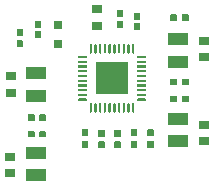
<source format=gtp>
G04*
G04 #@! TF.GenerationSoftware,Altium Limited,Altium Designer,25.0.2 (28)*
G04*
G04 Layer_Color=8421504*
%FSLAX44Y44*%
%MOMM*%
G71*
G04*
G04 #@! TF.SameCoordinates,094DCD80-2F59-4459-B3C7-35127A891B43*
G04*
G04*
G04 #@! TF.FilePolarity,Positive*
G04*
G01*
G75*
%ADD15R,1.8000X1.1000*%
%ADD16R,0.9000X0.8000*%
%ADD17R,0.8000X0.8000*%
G36*
X111863Y169189D02*
Y164389D01*
X111363Y163689D01*
X106863D01*
X106363Y164389D01*
Y169189D01*
X106863Y169689D01*
X111363D01*
X111863Y169189D01*
D02*
G37*
G36*
X126002Y166400D02*
Y161394D01*
X125602Y160994D01*
X121002D01*
X120602Y161394D01*
Y166400D01*
X121002Y166800D01*
X125602D01*
X126002Y166400D01*
D02*
G37*
G36*
X167091Y165478D02*
Y160978D01*
X166591Y160478D01*
X161791D01*
X161091Y160978D01*
Y165478D01*
X161791Y165978D01*
X166591D01*
X167091Y165478D01*
D02*
G37*
G36*
X157491D02*
Y160978D01*
X156791Y160478D01*
X151991D01*
X151491Y160978D01*
Y165478D01*
X151991Y165978D01*
X156791D01*
X157491Y165478D01*
D02*
G37*
G36*
X42392Y159927D02*
Y154921D01*
X41992Y154521D01*
X37392D01*
X36992Y154921D01*
Y159927D01*
X37392Y160327D01*
X41992D01*
X42392Y159927D01*
D02*
G37*
G36*
X111863Y159389D02*
Y154589D01*
X111363Y154089D01*
X106863D01*
X106363Y154589D01*
Y159389D01*
X106863Y160089D01*
X111363D01*
X111863Y159389D01*
D02*
G37*
G36*
X126002Y157894D02*
Y152888D01*
X125602Y152487D01*
X121002D01*
X120602Y152888D01*
Y157894D01*
X121002Y158294D01*
X125602D01*
X126002Y157894D01*
D02*
G37*
G36*
X26880Y153350D02*
Y148550D01*
X26380Y147850D01*
X21880D01*
X21380Y148550D01*
Y153350D01*
X21880Y153850D01*
X26380D01*
X26880Y153350D01*
D02*
G37*
G36*
X42392Y151421D02*
Y146414D01*
X41992Y146014D01*
X37392D01*
X36992Y146414D01*
Y151421D01*
X37392Y151821D01*
X41992D01*
X42392Y151421D01*
D02*
G37*
G36*
X26880Y143550D02*
Y138750D01*
X26380Y138250D01*
X21880D01*
X21380Y138750D01*
Y143550D01*
X21880Y144250D01*
X26380D01*
X26880Y143550D01*
D02*
G37*
G36*
X120311Y140657D02*
X120377Y140651D01*
X120441Y140640D01*
X120505Y140625D01*
X120568Y140606D01*
X120629Y140583D01*
X120688Y140556D01*
X120746Y140526D01*
X120801Y140491D01*
X120855Y140453D01*
X120905Y140411D01*
X120953Y140367D01*
X120998Y140319D01*
X121039Y140268D01*
X121077Y140215D01*
X121112Y140160D01*
X121143Y140102D01*
X121170Y140042D01*
X121193Y139981D01*
X121212Y139918D01*
X121227Y139854D01*
X121237Y139790D01*
X121244Y139725D01*
X121246Y139660D01*
Y133659D01*
X121244Y133594D01*
X121237Y133529D01*
X121227Y133464D01*
X121212Y133401D01*
X121193Y133338D01*
X121170Y133277D01*
X121143Y133217D01*
X121112Y133160D01*
X121077Y133104D01*
X121039Y133051D01*
X120998Y133000D01*
X120953Y132952D01*
X120905Y132908D01*
X120855Y132866D01*
X120801Y132828D01*
X120746Y132793D01*
X120688Y132763D01*
X120629Y132736D01*
X120568Y132713D01*
X120505Y132694D01*
X120441Y132679D01*
X120377Y132668D01*
X120311Y132662D01*
X120246Y132660D01*
X120181Y132662D01*
X120115Y132668D01*
X120051Y132679D01*
X119987Y132694D01*
X119924Y132713D01*
X119863Y132736D01*
X119804Y132763D01*
X119746Y132793D01*
X119691Y132828D01*
X119637Y132866D01*
X119587Y132908D01*
X119539Y132952D01*
X119494Y133000D01*
X119453Y133051D01*
X119415Y133104D01*
X119380Y133159D01*
X119349Y133217D01*
X119322Y133277D01*
X119299Y133338D01*
X119280Y133401D01*
X119265Y133464D01*
X119255Y133529D01*
X119248Y133594D01*
X119246Y133659D01*
Y139660D01*
X119248Y139725D01*
X119255Y139790D01*
X119265Y139854D01*
X119280Y139918D01*
X119299Y139981D01*
X119322Y140042D01*
X119349Y140102D01*
X119380Y140159D01*
X119415Y140215D01*
X119453Y140268D01*
X119494Y140319D01*
X119539Y140367D01*
X119587Y140411D01*
X119637Y140453D01*
X119691Y140491D01*
X119746Y140526D01*
X119804Y140556D01*
X119863Y140583D01*
X119924Y140606D01*
X119987Y140625D01*
X120051Y140640D01*
X120115Y140651D01*
X120181Y140657D01*
X120246Y140660D01*
X120311Y140657D01*
D02*
G37*
G36*
X116311D02*
X116376Y140651D01*
X116441Y140640D01*
X116504Y140625D01*
X116567Y140606D01*
X116628Y140583D01*
X116688Y140556D01*
X116745Y140526D01*
X116801Y140491D01*
X116854Y140453D01*
X116905Y140411D01*
X116953Y140367D01*
X116997Y140319D01*
X117039Y140268D01*
X117077Y140215D01*
X117112Y140160D01*
X117142Y140102D01*
X117169Y140042D01*
X117192Y139981D01*
X117212Y139918D01*
X117226Y139854D01*
X117237Y139790D01*
X117243Y139725D01*
X117246Y139660D01*
Y133659D01*
X117243Y133594D01*
X117237Y133529D01*
X117226Y133464D01*
X117212Y133401D01*
X117192Y133338D01*
X117169Y133277D01*
X117142Y133217D01*
X117112Y133160D01*
X117077Y133104D01*
X117039Y133051D01*
X116997Y133000D01*
X116953Y132952D01*
X116905Y132908D01*
X116854Y132866D01*
X116801Y132828D01*
X116745Y132793D01*
X116688Y132763D01*
X116628Y132736D01*
X116567Y132713D01*
X116504Y132694D01*
X116441Y132679D01*
X116376Y132668D01*
X116311Y132662D01*
X116245Y132660D01*
X116180Y132662D01*
X116115Y132668D01*
X116051Y132679D01*
X115987Y132694D01*
X115924Y132713D01*
X115863Y132736D01*
X115803Y132763D01*
X115746Y132793D01*
X115690Y132828D01*
X115637Y132866D01*
X115586Y132908D01*
X115538Y132952D01*
X115494Y133000D01*
X115452Y133051D01*
X115414Y133104D01*
X115379Y133159D01*
X115349Y133217D01*
X115322Y133277D01*
X115299Y133338D01*
X115280Y133401D01*
X115265Y133464D01*
X115254Y133529D01*
X115248Y133594D01*
X115246Y133659D01*
Y139660D01*
X115248Y139725D01*
X115254Y139790D01*
X115265Y139854D01*
X115280Y139918D01*
X115299Y139981D01*
X115322Y140042D01*
X115349Y140102D01*
X115379Y140159D01*
X115414Y140215D01*
X115452Y140268D01*
X115494Y140319D01*
X115538Y140367D01*
X115586Y140411D01*
X115637Y140453D01*
X115690Y140491D01*
X115745Y140526D01*
X115803Y140556D01*
X115863Y140583D01*
X115924Y140606D01*
X115987Y140625D01*
X116051Y140640D01*
X116115Y140651D01*
X116180Y140657D01*
X116245Y140660D01*
X116311Y140657D01*
D02*
G37*
G36*
X112310D02*
X112376Y140651D01*
X112440Y140640D01*
X112504Y140625D01*
X112567Y140606D01*
X112628Y140583D01*
X112687Y140556D01*
X112745Y140526D01*
X112801Y140491D01*
X112854Y140453D01*
X112904Y140411D01*
X112952Y140367D01*
X112997Y140319D01*
X113038Y140268D01*
X113076Y140215D01*
X113111Y140160D01*
X113142Y140102D01*
X113169Y140042D01*
X113192Y139981D01*
X113211Y139918D01*
X113226Y139854D01*
X113236Y139790D01*
X113243Y139725D01*
X113245Y139660D01*
Y133659D01*
X113243Y133594D01*
X113236Y133529D01*
X113226Y133464D01*
X113211Y133401D01*
X113192Y133338D01*
X113169Y133277D01*
X113142Y133217D01*
X113111Y133160D01*
X113076Y133104D01*
X113038Y133051D01*
X112997Y133000D01*
X112952Y132952D01*
X112904Y132908D01*
X112854Y132866D01*
X112801Y132828D01*
X112745Y132793D01*
X112687Y132763D01*
X112628Y132736D01*
X112567Y132713D01*
X112504Y132694D01*
X112440Y132679D01*
X112376Y132668D01*
X112310Y132662D01*
X112245Y132660D01*
X112180Y132662D01*
X112114Y132668D01*
X112050Y132679D01*
X111986Y132694D01*
X111924Y132713D01*
X111862Y132736D01*
X111803Y132763D01*
X111745Y132793D01*
X111690Y132828D01*
X111636Y132866D01*
X111586Y132908D01*
X111538Y132952D01*
X111493Y133000D01*
X111452Y133051D01*
X111414Y133104D01*
X111379Y133159D01*
X111348Y133217D01*
X111321Y133277D01*
X111298Y133338D01*
X111279Y133401D01*
X111264Y133464D01*
X111254Y133529D01*
X111247Y133594D01*
X111245Y133659D01*
Y139660D01*
X111247Y139725D01*
X111254Y139790D01*
X111264Y139854D01*
X111279Y139918D01*
X111298Y139981D01*
X111321Y140042D01*
X111348Y140102D01*
X111379Y140159D01*
X111414Y140215D01*
X111452Y140268D01*
X111493Y140319D01*
X111538Y140367D01*
X111586Y140411D01*
X111636Y140453D01*
X111690Y140491D01*
X111745Y140526D01*
X111803Y140556D01*
X111862Y140583D01*
X111924Y140606D01*
X111986Y140625D01*
X112050Y140640D01*
X112114Y140651D01*
X112180Y140657D01*
X112245Y140660D01*
X112310Y140657D01*
D02*
G37*
G36*
X108310D02*
X108375Y140651D01*
X108440Y140640D01*
X108503Y140625D01*
X108566Y140606D01*
X108627Y140583D01*
X108687Y140556D01*
X108744Y140526D01*
X108800Y140491D01*
X108853Y140453D01*
X108904Y140411D01*
X108952Y140367D01*
X108996Y140319D01*
X109038Y140268D01*
X109076Y140215D01*
X109111Y140160D01*
X109141Y140102D01*
X109168Y140042D01*
X109192Y139981D01*
X109211Y139918D01*
X109225Y139854D01*
X109236Y139790D01*
X109242Y139725D01*
X109244Y139660D01*
Y133659D01*
X109242Y133594D01*
X109236Y133529D01*
X109225Y133464D01*
X109211Y133401D01*
X109192Y133338D01*
X109168Y133277D01*
X109141Y133217D01*
X109111Y133160D01*
X109076Y133104D01*
X109038Y133051D01*
X108996Y133000D01*
X108952Y132952D01*
X108904Y132908D01*
X108853Y132866D01*
X108800Y132828D01*
X108744Y132793D01*
X108687Y132763D01*
X108627Y132736D01*
X108566Y132713D01*
X108503Y132694D01*
X108440Y132679D01*
X108375Y132668D01*
X108310Y132662D01*
X108244Y132660D01*
X108179Y132662D01*
X108114Y132668D01*
X108049Y132679D01*
X107986Y132694D01*
X107923Y132713D01*
X107862Y132736D01*
X107802Y132763D01*
X107745Y132793D01*
X107689Y132828D01*
X107636Y132866D01*
X107585Y132908D01*
X107537Y132952D01*
X107493Y133000D01*
X107451Y133051D01*
X107413Y133104D01*
X107378Y133159D01*
X107348Y133217D01*
X107321Y133277D01*
X107298Y133338D01*
X107279Y133401D01*
X107264Y133464D01*
X107253Y133529D01*
X107247Y133594D01*
X107245Y133659D01*
Y139660D01*
X107247Y139725D01*
X107253Y139790D01*
X107264Y139854D01*
X107279Y139918D01*
X107298Y139981D01*
X107321Y140042D01*
X107348Y140102D01*
X107378Y140159D01*
X107413Y140215D01*
X107451Y140268D01*
X107493Y140319D01*
X107537Y140367D01*
X107585Y140411D01*
X107636Y140453D01*
X107689Y140491D01*
X107744Y140526D01*
X107802Y140556D01*
X107862Y140583D01*
X107923Y140606D01*
X107986Y140625D01*
X108049Y140640D01*
X108114Y140651D01*
X108179Y140657D01*
X108244Y140660D01*
X108310Y140657D01*
D02*
G37*
G36*
X104309D02*
X104375Y140651D01*
X104439Y140640D01*
X104503Y140625D01*
X104566Y140606D01*
X104627Y140583D01*
X104686Y140556D01*
X104744Y140526D01*
X104799Y140491D01*
X104853Y140453D01*
X104903Y140411D01*
X104951Y140367D01*
X104996Y140319D01*
X105037Y140268D01*
X105075Y140215D01*
X105110Y140160D01*
X105141Y140102D01*
X105168Y140042D01*
X105191Y139981D01*
X105210Y139918D01*
X105225Y139854D01*
X105235Y139790D01*
X105242Y139725D01*
X105244Y139660D01*
Y133659D01*
X105242Y133594D01*
X105235Y133529D01*
X105225Y133464D01*
X105210Y133401D01*
X105191Y133338D01*
X105168Y133277D01*
X105141Y133217D01*
X105110Y133160D01*
X105075Y133104D01*
X105037Y133051D01*
X104996Y133000D01*
X104951Y132952D01*
X104903Y132908D01*
X104853Y132866D01*
X104799Y132828D01*
X104744Y132793D01*
X104686Y132763D01*
X104627Y132736D01*
X104566Y132713D01*
X104503Y132694D01*
X104439Y132679D01*
X104375Y132668D01*
X104309Y132662D01*
X104244Y132660D01*
X104179Y132662D01*
X104114Y132668D01*
X104049Y132679D01*
X103985Y132694D01*
X103923Y132713D01*
X103861Y132736D01*
X103802Y132763D01*
X103744Y132793D01*
X103688Y132828D01*
X103635Y132866D01*
X103585Y132908D01*
X103537Y132952D01*
X103492Y133000D01*
X103451Y133051D01*
X103413Y133104D01*
X103378Y133159D01*
X103347Y133217D01*
X103320Y133277D01*
X103297Y133338D01*
X103278Y133401D01*
X103263Y133464D01*
X103253Y133529D01*
X103246Y133594D01*
X103244Y133659D01*
Y139660D01*
X103246Y139725D01*
X103253Y139790D01*
X103263Y139854D01*
X103278Y139918D01*
X103297Y139981D01*
X103320Y140042D01*
X103347Y140102D01*
X103378Y140159D01*
X103413Y140215D01*
X103451Y140268D01*
X103492Y140319D01*
X103537Y140367D01*
X103585Y140411D01*
X103635Y140453D01*
X103688Y140491D01*
X103744Y140526D01*
X103802Y140556D01*
X103861Y140583D01*
X103923Y140606D01*
X103985Y140625D01*
X104049Y140640D01*
X104114Y140651D01*
X104179Y140657D01*
X104244Y140660D01*
X104309Y140657D01*
D02*
G37*
G36*
X100311D02*
X100377Y140651D01*
X100441Y140640D01*
X100505Y140625D01*
X100568Y140606D01*
X100629Y140583D01*
X100688Y140556D01*
X100746Y140526D01*
X100802Y140491D01*
X100855Y140453D01*
X100906Y140411D01*
X100953Y140367D01*
X100998Y140319D01*
X101039Y140268D01*
X101077Y140215D01*
X101112Y140160D01*
X101143Y140102D01*
X101170Y140042D01*
X101193Y139981D01*
X101212Y139918D01*
X101227Y139854D01*
X101237Y139790D01*
X101244Y139725D01*
X101246Y139660D01*
Y133659D01*
X101244Y133594D01*
X101237Y133529D01*
X101227Y133464D01*
X101212Y133401D01*
X101193Y133338D01*
X101170Y133277D01*
X101143Y133217D01*
X101112Y133160D01*
X101077Y133104D01*
X101039Y133051D01*
X100998Y133000D01*
X100953Y132952D01*
X100906Y132908D01*
X100855Y132866D01*
X100802Y132828D01*
X100746Y132793D01*
X100688Y132763D01*
X100629Y132736D01*
X100568Y132713D01*
X100505Y132694D01*
X100441Y132679D01*
X100377Y132668D01*
X100311Y132662D01*
X100246Y132660D01*
X100181Y132662D01*
X100115Y132668D01*
X100051Y132679D01*
X99987Y132694D01*
X99924Y132713D01*
X99863Y132736D01*
X99804Y132763D01*
X99746Y132793D01*
X99691Y132828D01*
X99637Y132866D01*
X99587Y132908D01*
X99539Y132952D01*
X99494Y133000D01*
X99453Y133051D01*
X99415Y133104D01*
X99380Y133159D01*
X99349Y133217D01*
X99322Y133277D01*
X99299Y133338D01*
X99280Y133401D01*
X99265Y133464D01*
X99255Y133529D01*
X99248Y133594D01*
X99246Y133659D01*
Y139660D01*
X99248Y139725D01*
X99255Y139790D01*
X99265Y139854D01*
X99280Y139918D01*
X99299Y139981D01*
X99322Y140042D01*
X99349Y140102D01*
X99380Y140159D01*
X99415Y140215D01*
X99453Y140268D01*
X99494Y140319D01*
X99539Y140367D01*
X99587Y140411D01*
X99637Y140453D01*
X99691Y140491D01*
X99746Y140526D01*
X99804Y140556D01*
X99863Y140583D01*
X99924Y140606D01*
X99987Y140625D01*
X100051Y140640D01*
X100115Y140651D01*
X100181Y140657D01*
X100246Y140660D01*
X100311Y140657D01*
D02*
G37*
G36*
X96311D02*
X96376Y140651D01*
X96441Y140640D01*
X96504Y140625D01*
X96567Y140606D01*
X96628Y140583D01*
X96688Y140556D01*
X96746Y140526D01*
X96801Y140491D01*
X96854Y140453D01*
X96905Y140411D01*
X96953Y140367D01*
X96997Y140319D01*
X97039Y140268D01*
X97077Y140215D01*
X97112Y140160D01*
X97142Y140102D01*
X97169Y140042D01*
X97192Y139981D01*
X97212Y139918D01*
X97226Y139854D01*
X97237Y139790D01*
X97243Y139725D01*
X97246Y139660D01*
Y133659D01*
X97243Y133594D01*
X97237Y133529D01*
X97226Y133464D01*
X97212Y133401D01*
X97192Y133338D01*
X97169Y133277D01*
X97142Y133217D01*
X97112Y133160D01*
X97077Y133104D01*
X97039Y133051D01*
X96997Y133000D01*
X96953Y132952D01*
X96905Y132908D01*
X96854Y132866D01*
X96801Y132828D01*
X96746Y132793D01*
X96688Y132763D01*
X96628Y132736D01*
X96567Y132713D01*
X96504Y132694D01*
X96441Y132679D01*
X96376Y132668D01*
X96311Y132662D01*
X96246Y132660D01*
X96180Y132662D01*
X96115Y132668D01*
X96051Y132679D01*
X95987Y132694D01*
X95924Y132713D01*
X95863Y132736D01*
X95803Y132763D01*
X95746Y132793D01*
X95690Y132828D01*
X95637Y132866D01*
X95586Y132908D01*
X95538Y132952D01*
X95494Y133000D01*
X95452Y133051D01*
X95414Y133104D01*
X95379Y133159D01*
X95349Y133217D01*
X95322Y133277D01*
X95299Y133338D01*
X95280Y133401D01*
X95265Y133464D01*
X95254Y133529D01*
X95248Y133594D01*
X95246Y133659D01*
Y139660D01*
X95248Y139725D01*
X95254Y139790D01*
X95265Y139854D01*
X95280Y139918D01*
X95299Y139981D01*
X95322Y140042D01*
X95349Y140102D01*
X95379Y140159D01*
X95414Y140215D01*
X95452Y140268D01*
X95494Y140319D01*
X95538Y140367D01*
X95586Y140411D01*
X95637Y140453D01*
X95690Y140491D01*
X95745Y140526D01*
X95803Y140556D01*
X95863Y140583D01*
X95924Y140606D01*
X95987Y140625D01*
X96051Y140640D01*
X96115Y140651D01*
X96180Y140657D01*
X96246Y140660D01*
X96311Y140657D01*
D02*
G37*
G36*
X92310D02*
X92376Y140651D01*
X92440Y140640D01*
X92504Y140625D01*
X92567Y140606D01*
X92628Y140583D01*
X92687Y140556D01*
X92745Y140526D01*
X92801Y140491D01*
X92854Y140453D01*
X92905Y140411D01*
X92952Y140367D01*
X92997Y140319D01*
X93038Y140268D01*
X93076Y140215D01*
X93111Y140160D01*
X93142Y140102D01*
X93169Y140042D01*
X93192Y139981D01*
X93211Y139918D01*
X93226Y139854D01*
X93236Y139790D01*
X93243Y139725D01*
X93245Y139660D01*
Y133659D01*
X93243Y133594D01*
X93236Y133529D01*
X93226Y133464D01*
X93211Y133401D01*
X93192Y133338D01*
X93169Y133277D01*
X93142Y133217D01*
X93111Y133160D01*
X93076Y133104D01*
X93038Y133051D01*
X92997Y133000D01*
X92952Y132952D01*
X92905Y132908D01*
X92854Y132866D01*
X92801Y132828D01*
X92745Y132793D01*
X92687Y132763D01*
X92628Y132736D01*
X92567Y132713D01*
X92504Y132694D01*
X92440Y132679D01*
X92376Y132668D01*
X92310Y132662D01*
X92245Y132660D01*
X92180Y132662D01*
X92114Y132668D01*
X92050Y132679D01*
X91986Y132694D01*
X91924Y132713D01*
X91862Y132736D01*
X91803Y132763D01*
X91745Y132793D01*
X91690Y132828D01*
X91636Y132866D01*
X91586Y132908D01*
X91538Y132952D01*
X91493Y133000D01*
X91452Y133051D01*
X91414Y133104D01*
X91379Y133159D01*
X91348Y133217D01*
X91321Y133277D01*
X91298Y133338D01*
X91279Y133401D01*
X91264Y133464D01*
X91254Y133529D01*
X91247Y133594D01*
X91245Y133659D01*
Y139660D01*
X91247Y139725D01*
X91254Y139790D01*
X91264Y139854D01*
X91279Y139918D01*
X91298Y139981D01*
X91321Y140042D01*
X91348Y140102D01*
X91379Y140159D01*
X91414Y140215D01*
X91452Y140268D01*
X91493Y140319D01*
X91538Y140367D01*
X91586Y140411D01*
X91636Y140453D01*
X91690Y140491D01*
X91745Y140526D01*
X91803Y140556D01*
X91862Y140583D01*
X91924Y140606D01*
X91986Y140625D01*
X92050Y140640D01*
X92114Y140651D01*
X92180Y140657D01*
X92245Y140660D01*
X92310Y140657D01*
D02*
G37*
G36*
X88310D02*
X88375Y140651D01*
X88440Y140640D01*
X88503Y140625D01*
X88566Y140606D01*
X88627Y140583D01*
X88687Y140556D01*
X88744Y140526D01*
X88800Y140491D01*
X88853Y140453D01*
X88904Y140411D01*
X88952Y140367D01*
X88996Y140319D01*
X89038Y140268D01*
X89076Y140215D01*
X89111Y140160D01*
X89142Y140102D01*
X89168Y140042D01*
X89192Y139981D01*
X89211Y139918D01*
X89225Y139854D01*
X89236Y139790D01*
X89242Y139725D01*
X89245Y139660D01*
Y133659D01*
X89242Y133594D01*
X89236Y133529D01*
X89225Y133464D01*
X89211Y133401D01*
X89192Y133338D01*
X89168Y133277D01*
X89142Y133217D01*
X89111Y133160D01*
X89076Y133104D01*
X89038Y133051D01*
X88996Y133000D01*
X88952Y132952D01*
X88904Y132908D01*
X88853Y132866D01*
X88800Y132828D01*
X88744Y132793D01*
X88687Y132763D01*
X88627Y132736D01*
X88566Y132713D01*
X88503Y132694D01*
X88440Y132679D01*
X88375Y132668D01*
X88310Y132662D01*
X88245Y132660D01*
X88179Y132662D01*
X88114Y132668D01*
X88049Y132679D01*
X87986Y132694D01*
X87923Y132713D01*
X87862Y132736D01*
X87802Y132763D01*
X87745Y132793D01*
X87689Y132828D01*
X87636Y132866D01*
X87585Y132908D01*
X87537Y132952D01*
X87493Y133000D01*
X87451Y133051D01*
X87413Y133104D01*
X87378Y133159D01*
X87348Y133217D01*
X87321Y133277D01*
X87298Y133338D01*
X87279Y133401D01*
X87264Y133464D01*
X87253Y133529D01*
X87247Y133594D01*
X87245Y133659D01*
Y139660D01*
X87247Y139725D01*
X87253Y139790D01*
X87264Y139854D01*
X87279Y139918D01*
X87298Y139981D01*
X87321Y140042D01*
X87348Y140102D01*
X87378Y140159D01*
X87413Y140215D01*
X87451Y140268D01*
X87493Y140319D01*
X87537Y140367D01*
X87585Y140411D01*
X87636Y140453D01*
X87689Y140491D01*
X87745Y140526D01*
X87802Y140556D01*
X87862Y140583D01*
X87923Y140606D01*
X87986Y140625D01*
X88049Y140640D01*
X88114Y140651D01*
X88179Y140657D01*
X88245Y140660D01*
X88310Y140657D01*
D02*
G37*
G36*
X84309D02*
X84375Y140651D01*
X84439Y140640D01*
X84503Y140625D01*
X84566Y140606D01*
X84627Y140583D01*
X84686Y140556D01*
X84744Y140526D01*
X84800Y140491D01*
X84853Y140453D01*
X84903Y140411D01*
X84951Y140367D01*
X84996Y140319D01*
X85037Y140268D01*
X85075Y140215D01*
X85110Y140160D01*
X85141Y140102D01*
X85168Y140042D01*
X85191Y139981D01*
X85210Y139918D01*
X85225Y139854D01*
X85235Y139790D01*
X85242Y139725D01*
X85244Y139660D01*
Y133659D01*
X85242Y133594D01*
X85235Y133529D01*
X85225Y133464D01*
X85210Y133401D01*
X85191Y133338D01*
X85168Y133277D01*
X85141Y133217D01*
X85110Y133160D01*
X85075Y133104D01*
X85037Y133051D01*
X84996Y133000D01*
X84951Y132952D01*
X84903Y132908D01*
X84853Y132866D01*
X84800Y132828D01*
X84744Y132793D01*
X84686Y132763D01*
X84627Y132736D01*
X84566Y132713D01*
X84503Y132694D01*
X84439Y132679D01*
X84375Y132668D01*
X84309Y132662D01*
X84244Y132660D01*
X84179Y132662D01*
X84114Y132668D01*
X84049Y132679D01*
X83985Y132694D01*
X83923Y132713D01*
X83861Y132736D01*
X83802Y132763D01*
X83744Y132793D01*
X83689Y132828D01*
X83635Y132866D01*
X83585Y132908D01*
X83537Y132952D01*
X83492Y133000D01*
X83451Y133051D01*
X83413Y133104D01*
X83378Y133159D01*
X83347Y133217D01*
X83320Y133277D01*
X83297Y133338D01*
X83278Y133401D01*
X83263Y133464D01*
X83253Y133529D01*
X83246Y133594D01*
X83244Y133659D01*
Y139660D01*
X83246Y139725D01*
X83253Y139790D01*
X83263Y139854D01*
X83278Y139918D01*
X83297Y139981D01*
X83320Y140042D01*
X83347Y140102D01*
X83378Y140159D01*
X83413Y140215D01*
X83451Y140268D01*
X83492Y140319D01*
X83537Y140367D01*
X83585Y140411D01*
X83635Y140453D01*
X83689Y140491D01*
X83744Y140526D01*
X83802Y140556D01*
X83861Y140583D01*
X83923Y140606D01*
X83985Y140625D01*
X84049Y140640D01*
X84114Y140651D01*
X84179Y140657D01*
X84244Y140660D01*
X84309Y140657D01*
D02*
G37*
G36*
X130304Y130665D02*
X130369Y130658D01*
X130434Y130647D01*
X130498Y130633D01*
X130560Y130614D01*
X130621Y130591D01*
X130681Y130564D01*
X130738Y130533D01*
X130794Y130498D01*
X130848Y130460D01*
X130898Y130419D01*
X130946Y130374D01*
X130990Y130326D01*
X131032Y130276D01*
X131070Y130222D01*
X131105Y130167D01*
X131136Y130109D01*
X131163Y130050D01*
X131186Y129988D01*
X131205Y129926D01*
X131219Y129862D01*
X131230Y129797D01*
X131237Y129732D01*
X131239Y129667D01*
X131237Y129602D01*
X131230Y129536D01*
X131219Y129472D01*
X131205Y129408D01*
X131186Y129345D01*
X131163Y129284D01*
X131136Y129225D01*
X131105Y129167D01*
X131070Y129111D01*
X131032Y129058D01*
X130990Y129008D01*
X130946Y128960D01*
X130898Y128915D01*
X130848Y128874D01*
X130794Y128835D01*
X130739Y128801D01*
X130681Y128770D01*
X130621Y128743D01*
X130560Y128720D01*
X130498Y128701D01*
X130434Y128686D01*
X130369Y128675D01*
X130304Y128669D01*
X130239Y128667D01*
X124239D01*
X124173Y128669D01*
X124108Y128675D01*
X124044Y128686D01*
X123980Y128701D01*
X123917Y128720D01*
X123856Y128743D01*
X123797Y128770D01*
X123739Y128801D01*
X123683Y128835D01*
X123630Y128874D01*
X123579Y128915D01*
X123532Y128960D01*
X123487Y129008D01*
X123445Y129058D01*
X123407Y129111D01*
X123372Y129167D01*
X123342Y129225D01*
X123315Y129284D01*
X123292Y129345D01*
X123273Y129408D01*
X123258Y129472D01*
X123247Y129536D01*
X123241Y129602D01*
X123239Y129667D01*
X123241Y129732D01*
X123247Y129797D01*
X123258Y129862D01*
X123273Y129926D01*
X123292Y129988D01*
X123315Y130050D01*
X123342Y130109D01*
X123372Y130167D01*
X123407Y130222D01*
X123445Y130276D01*
X123487Y130326D01*
X123532Y130374D01*
X123579Y130419D01*
X123630Y130460D01*
X123683Y130498D01*
X123738Y130533D01*
X123797Y130564D01*
X123856Y130591D01*
X123917Y130614D01*
X123980Y130633D01*
X124044Y130647D01*
X124108Y130658D01*
X124173Y130665D01*
X124239Y130667D01*
X130239D01*
X130304Y130665D01*
D02*
G37*
G36*
X80317D02*
X80382Y130658D01*
X80447Y130647D01*
X80510Y130633D01*
X80573Y130614D01*
X80634Y130591D01*
X80694Y130564D01*
X80751Y130533D01*
X80807Y130498D01*
X80860Y130460D01*
X80911Y130419D01*
X80959Y130374D01*
X81003Y130326D01*
X81045Y130276D01*
X81083Y130222D01*
X81118Y130167D01*
X81148Y130109D01*
X81175Y130050D01*
X81198Y129988D01*
X81217Y129926D01*
X81232Y129862D01*
X81243Y129797D01*
X81249Y129732D01*
X81251Y129667D01*
X81249Y129602D01*
X81243Y129536D01*
X81232Y129472D01*
X81217Y129408D01*
X81198Y129345D01*
X81175Y129284D01*
X81148Y129225D01*
X81118Y129167D01*
X81083Y129111D01*
X81045Y129058D01*
X81003Y129008D01*
X80959Y128960D01*
X80911Y128915D01*
X80860Y128874D01*
X80807Y128835D01*
X80752Y128801D01*
X80694Y128770D01*
X80634Y128743D01*
X80573Y128720D01*
X80510Y128701D01*
X80447Y128686D01*
X80382Y128675D01*
X80317Y128669D01*
X80252Y128667D01*
X74251D01*
X74186Y128669D01*
X74121Y128675D01*
X74056Y128686D01*
X73993Y128701D01*
X73930Y128720D01*
X73869Y128743D01*
X73809Y128770D01*
X73752Y128801D01*
X73696Y128835D01*
X73643Y128874D01*
X73592Y128915D01*
X73544Y128960D01*
X73500Y129008D01*
X73458Y129058D01*
X73420Y129111D01*
X73385Y129167D01*
X73355Y129225D01*
X73328Y129284D01*
X73305Y129345D01*
X73285Y129408D01*
X73271Y129472D01*
X73260Y129536D01*
X73253Y129602D01*
X73252Y129667D01*
X73253Y129732D01*
X73260Y129797D01*
X73271Y129862D01*
X73285Y129926D01*
X73305Y129988D01*
X73328Y130050D01*
X73355Y130109D01*
X73385Y130167D01*
X73420Y130222D01*
X73458Y130276D01*
X73500Y130326D01*
X73544Y130374D01*
X73592Y130419D01*
X73643Y130460D01*
X73696Y130498D01*
X73751Y130533D01*
X73809Y130564D01*
X73869Y130591D01*
X73930Y130614D01*
X73993Y130633D01*
X74056Y130647D01*
X74121Y130658D01*
X74186Y130665D01*
X74251Y130667D01*
X80252D01*
X80317Y130665D01*
D02*
G37*
G36*
X130304Y126664D02*
X130369Y126658D01*
X130434Y126647D01*
X130498Y126632D01*
X130560Y126613D01*
X130621Y126590D01*
X130681Y126563D01*
X130738Y126532D01*
X130794Y126498D01*
X130848Y126460D01*
X130898Y126418D01*
X130946Y126374D01*
X130990Y126326D01*
X131032Y126275D01*
X131070Y126222D01*
X131105Y126166D01*
X131136Y126109D01*
X131163Y126049D01*
X131186Y125988D01*
X131205Y125925D01*
X131219Y125861D01*
X131230Y125797D01*
X131237Y125732D01*
X131239Y125666D01*
X131237Y125601D01*
X131230Y125536D01*
X131219Y125471D01*
X131205Y125407D01*
X131186Y125345D01*
X131163Y125284D01*
X131136Y125224D01*
X131105Y125167D01*
X131070Y125111D01*
X131032Y125057D01*
X130990Y125007D01*
X130946Y124959D01*
X130898Y124915D01*
X130848Y124873D01*
X130794Y124835D01*
X130739Y124800D01*
X130681Y124769D01*
X130621Y124742D01*
X130560Y124719D01*
X130498Y124700D01*
X130434Y124686D01*
X130369Y124675D01*
X130304Y124668D01*
X130239Y124666D01*
X124239D01*
X124173Y124668D01*
X124108Y124675D01*
X124044Y124686D01*
X123980Y124700D01*
X123917Y124719D01*
X123856Y124742D01*
X123797Y124769D01*
X123739Y124800D01*
X123683Y124835D01*
X123630Y124873D01*
X123579Y124915D01*
X123532Y124959D01*
X123487Y125007D01*
X123445Y125057D01*
X123407Y125111D01*
X123372Y125166D01*
X123342Y125224D01*
X123315Y125284D01*
X123292Y125345D01*
X123273Y125407D01*
X123258Y125471D01*
X123247Y125536D01*
X123241Y125601D01*
X123239Y125666D01*
X123241Y125732D01*
X123247Y125797D01*
X123258Y125861D01*
X123273Y125925D01*
X123292Y125988D01*
X123315Y126049D01*
X123342Y126109D01*
X123372Y126166D01*
X123407Y126222D01*
X123445Y126275D01*
X123487Y126326D01*
X123532Y126374D01*
X123579Y126418D01*
X123630Y126460D01*
X123683Y126498D01*
X123738Y126532D01*
X123797Y126563D01*
X123856Y126590D01*
X123917Y126613D01*
X123980Y126632D01*
X124044Y126647D01*
X124108Y126658D01*
X124173Y126664D01*
X124239Y126666D01*
X130239D01*
X130304Y126664D01*
D02*
G37*
G36*
X80317D02*
X80382Y126658D01*
X80447Y126647D01*
X80510Y126632D01*
X80573Y126613D01*
X80634Y126590D01*
X80694Y126563D01*
X80751Y126532D01*
X80807Y126498D01*
X80860Y126460D01*
X80911Y126418D01*
X80959Y126374D01*
X81003Y126326D01*
X81045Y126275D01*
X81083Y126222D01*
X81118Y126166D01*
X81148Y126109D01*
X81175Y126049D01*
X81198Y125988D01*
X81217Y125925D01*
X81232Y125861D01*
X81243Y125797D01*
X81249Y125732D01*
X81251Y125666D01*
X81249Y125601D01*
X81243Y125536D01*
X81232Y125471D01*
X81217Y125407D01*
X81198Y125345D01*
X81175Y125284D01*
X81148Y125224D01*
X81118Y125167D01*
X81083Y125111D01*
X81045Y125057D01*
X81003Y125007D01*
X80959Y124959D01*
X80911Y124915D01*
X80860Y124873D01*
X80807Y124835D01*
X80752Y124800D01*
X80694Y124769D01*
X80634Y124742D01*
X80573Y124719D01*
X80510Y124700D01*
X80447Y124686D01*
X80382Y124675D01*
X80317Y124668D01*
X80252Y124666D01*
X74251D01*
X74186Y124668D01*
X74121Y124675D01*
X74056Y124686D01*
X73993Y124700D01*
X73930Y124719D01*
X73869Y124742D01*
X73809Y124769D01*
X73752Y124800D01*
X73696Y124835D01*
X73643Y124873D01*
X73592Y124915D01*
X73544Y124959D01*
X73500Y125007D01*
X73458Y125057D01*
X73420Y125111D01*
X73385Y125166D01*
X73355Y125224D01*
X73328Y125284D01*
X73305Y125345D01*
X73285Y125407D01*
X73271Y125471D01*
X73260Y125536D01*
X73253Y125601D01*
X73252Y125666D01*
X73253Y125732D01*
X73260Y125797D01*
X73271Y125861D01*
X73285Y125925D01*
X73305Y125988D01*
X73328Y126049D01*
X73355Y126109D01*
X73385Y126166D01*
X73420Y126222D01*
X73458Y126275D01*
X73500Y126326D01*
X73544Y126374D01*
X73592Y126418D01*
X73643Y126460D01*
X73696Y126498D01*
X73751Y126532D01*
X73809Y126563D01*
X73869Y126590D01*
X73930Y126613D01*
X73993Y126632D01*
X74056Y126647D01*
X74121Y126658D01*
X74186Y126664D01*
X74251Y126666D01*
X80252D01*
X80317Y126664D01*
D02*
G37*
G36*
X130304Y122664D02*
X130369Y122657D01*
X130434Y122647D01*
X130498Y122632D01*
X130560Y122613D01*
X130621Y122590D01*
X130681Y122563D01*
X130738Y122532D01*
X130794Y122497D01*
X130848Y122459D01*
X130898Y122418D01*
X130946Y122373D01*
X130990Y122325D01*
X131032Y122275D01*
X131070Y122221D01*
X131105Y122166D01*
X131136Y122108D01*
X131163Y122049D01*
X131186Y121987D01*
X131205Y121925D01*
X131219Y121861D01*
X131230Y121796D01*
X131237Y121731D01*
X131239Y121666D01*
X131237Y121601D01*
X131230Y121535D01*
X131219Y121471D01*
X131205Y121407D01*
X131186Y121344D01*
X131163Y121283D01*
X131136Y121224D01*
X131105Y121166D01*
X131070Y121110D01*
X131032Y121057D01*
X130990Y121006D01*
X130946Y120959D01*
X130898Y120914D01*
X130848Y120873D01*
X130794Y120835D01*
X130739Y120800D01*
X130681Y120769D01*
X130621Y120742D01*
X130560Y120719D01*
X130498Y120700D01*
X130434Y120685D01*
X130369Y120674D01*
X130304Y120668D01*
X130239Y120666D01*
X124239D01*
X124173Y120668D01*
X124108Y120674D01*
X124044Y120685D01*
X123980Y120700D01*
X123917Y120719D01*
X123856Y120742D01*
X123797Y120769D01*
X123739Y120800D01*
X123683Y120835D01*
X123630Y120873D01*
X123579Y120914D01*
X123532Y120959D01*
X123487Y121006D01*
X123445Y121057D01*
X123407Y121110D01*
X123372Y121166D01*
X123342Y121224D01*
X123315Y121283D01*
X123292Y121344D01*
X123273Y121407D01*
X123258Y121471D01*
X123247Y121535D01*
X123241Y121601D01*
X123239Y121666D01*
X123241Y121731D01*
X123247Y121796D01*
X123258Y121861D01*
X123273Y121925D01*
X123292Y121987D01*
X123315Y122049D01*
X123342Y122108D01*
X123372Y122166D01*
X123407Y122221D01*
X123445Y122275D01*
X123487Y122325D01*
X123532Y122373D01*
X123579Y122418D01*
X123630Y122459D01*
X123683Y122497D01*
X123738Y122532D01*
X123797Y122563D01*
X123856Y122590D01*
X123917Y122613D01*
X123980Y122632D01*
X124044Y122647D01*
X124108Y122657D01*
X124173Y122664D01*
X124239Y122666D01*
X130239D01*
X130304Y122664D01*
D02*
G37*
G36*
X80317D02*
X80382Y122657D01*
X80447Y122647D01*
X80510Y122632D01*
X80573Y122613D01*
X80634Y122590D01*
X80694Y122563D01*
X80751Y122532D01*
X80807Y122497D01*
X80860Y122459D01*
X80911Y122418D01*
X80959Y122373D01*
X81003Y122325D01*
X81045Y122275D01*
X81083Y122221D01*
X81118Y122166D01*
X81148Y122108D01*
X81175Y122049D01*
X81198Y121987D01*
X81217Y121925D01*
X81232Y121861D01*
X81243Y121796D01*
X81249Y121731D01*
X81251Y121666D01*
X81249Y121601D01*
X81243Y121535D01*
X81232Y121471D01*
X81217Y121407D01*
X81198Y121344D01*
X81175Y121283D01*
X81148Y121224D01*
X81118Y121166D01*
X81083Y121110D01*
X81045Y121057D01*
X81003Y121006D01*
X80959Y120959D01*
X80911Y120914D01*
X80860Y120873D01*
X80807Y120835D01*
X80752Y120800D01*
X80694Y120769D01*
X80634Y120742D01*
X80573Y120719D01*
X80510Y120700D01*
X80447Y120685D01*
X80382Y120674D01*
X80317Y120668D01*
X80252Y120666D01*
X74251D01*
X74186Y120668D01*
X74121Y120674D01*
X74056Y120685D01*
X73993Y120700D01*
X73930Y120719D01*
X73869Y120742D01*
X73809Y120769D01*
X73752Y120800D01*
X73696Y120835D01*
X73643Y120873D01*
X73592Y120914D01*
X73544Y120959D01*
X73500Y121006D01*
X73458Y121057D01*
X73420Y121110D01*
X73385Y121166D01*
X73355Y121224D01*
X73328Y121283D01*
X73305Y121344D01*
X73285Y121407D01*
X73271Y121471D01*
X73260Y121535D01*
X73253Y121601D01*
X73252Y121666D01*
X73253Y121731D01*
X73260Y121796D01*
X73271Y121861D01*
X73285Y121925D01*
X73305Y121987D01*
X73328Y122049D01*
X73355Y122108D01*
X73385Y122166D01*
X73420Y122221D01*
X73458Y122275D01*
X73500Y122325D01*
X73544Y122373D01*
X73592Y122418D01*
X73643Y122459D01*
X73696Y122497D01*
X73751Y122532D01*
X73809Y122563D01*
X73869Y122590D01*
X73930Y122613D01*
X73993Y122632D01*
X74056Y122647D01*
X74121Y122657D01*
X74186Y122664D01*
X74251Y122666D01*
X80252D01*
X80317Y122664D01*
D02*
G37*
G36*
X130304Y118663D02*
X130369Y118657D01*
X130434Y118646D01*
X130498Y118631D01*
X130560Y118612D01*
X130621Y118589D01*
X130681Y118562D01*
X130738Y118532D01*
X130794Y118497D01*
X130848Y118459D01*
X130898Y118417D01*
X130946Y118372D01*
X130990Y118325D01*
X131032Y118274D01*
X131070Y118221D01*
X131105Y118166D01*
X131136Y118108D01*
X131163Y118048D01*
X131186Y117987D01*
X131205Y117924D01*
X131219Y117860D01*
X131230Y117796D01*
X131237Y117731D01*
X131239Y117665D01*
X131237Y117600D01*
X131230Y117535D01*
X131219Y117470D01*
X131205Y117407D01*
X131186Y117344D01*
X131163Y117283D01*
X131136Y117223D01*
X131105Y117165D01*
X131070Y117110D01*
X131032Y117057D01*
X130990Y117006D01*
X130946Y116958D01*
X130898Y116913D01*
X130848Y116872D01*
X130794Y116834D01*
X130739Y116799D01*
X130681Y116769D01*
X130621Y116742D01*
X130560Y116718D01*
X130498Y116699D01*
X130434Y116685D01*
X130369Y116674D01*
X130304Y116667D01*
X130239Y116665D01*
X124239D01*
X124173Y116667D01*
X124108Y116674D01*
X124044Y116685D01*
X123980Y116699D01*
X123917Y116718D01*
X123856Y116742D01*
X123797Y116769D01*
X123739Y116799D01*
X123683Y116834D01*
X123630Y116872D01*
X123579Y116913D01*
X123532Y116958D01*
X123487Y117006D01*
X123445Y117057D01*
X123407Y117110D01*
X123372Y117165D01*
X123342Y117223D01*
X123315Y117283D01*
X123292Y117344D01*
X123273Y117407D01*
X123258Y117470D01*
X123247Y117535D01*
X123241Y117600D01*
X123239Y117665D01*
X123241Y117731D01*
X123247Y117796D01*
X123258Y117860D01*
X123273Y117924D01*
X123292Y117987D01*
X123315Y118048D01*
X123342Y118108D01*
X123372Y118165D01*
X123407Y118221D01*
X123445Y118274D01*
X123487Y118325D01*
X123532Y118372D01*
X123579Y118417D01*
X123630Y118459D01*
X123683Y118497D01*
X123738Y118532D01*
X123797Y118562D01*
X123856Y118589D01*
X123917Y118612D01*
X123980Y118631D01*
X124044Y118646D01*
X124108Y118657D01*
X124173Y118663D01*
X124239Y118665D01*
X130239D01*
X130304Y118663D01*
D02*
G37*
G36*
X80317D02*
X80382Y118657D01*
X80447Y118646D01*
X80510Y118631D01*
X80573Y118612D01*
X80634Y118589D01*
X80694Y118562D01*
X80751Y118532D01*
X80807Y118497D01*
X80860Y118459D01*
X80911Y118417D01*
X80959Y118372D01*
X81003Y118325D01*
X81045Y118274D01*
X81083Y118221D01*
X81118Y118166D01*
X81148Y118108D01*
X81175Y118048D01*
X81198Y117987D01*
X81217Y117924D01*
X81232Y117860D01*
X81243Y117796D01*
X81249Y117731D01*
X81251Y117665D01*
X81249Y117600D01*
X81243Y117535D01*
X81232Y117470D01*
X81217Y117407D01*
X81198Y117344D01*
X81175Y117283D01*
X81148Y117223D01*
X81118Y117165D01*
X81083Y117110D01*
X81045Y117057D01*
X81003Y117006D01*
X80959Y116958D01*
X80911Y116913D01*
X80860Y116872D01*
X80807Y116834D01*
X80752Y116799D01*
X80694Y116769D01*
X80634Y116742D01*
X80573Y116718D01*
X80510Y116699D01*
X80447Y116685D01*
X80382Y116674D01*
X80317Y116667D01*
X80252Y116665D01*
X74251D01*
X74186Y116667D01*
X74121Y116674D01*
X74056Y116685D01*
X73993Y116699D01*
X73930Y116718D01*
X73869Y116742D01*
X73809Y116769D01*
X73752Y116799D01*
X73696Y116834D01*
X73643Y116872D01*
X73592Y116913D01*
X73544Y116958D01*
X73500Y117006D01*
X73458Y117057D01*
X73420Y117110D01*
X73385Y117165D01*
X73355Y117223D01*
X73328Y117283D01*
X73305Y117344D01*
X73285Y117407D01*
X73271Y117470D01*
X73260Y117535D01*
X73253Y117600D01*
X73252Y117665D01*
X73253Y117731D01*
X73260Y117796D01*
X73271Y117860D01*
X73285Y117924D01*
X73305Y117987D01*
X73328Y118048D01*
X73355Y118108D01*
X73385Y118165D01*
X73420Y118221D01*
X73458Y118274D01*
X73500Y118325D01*
X73544Y118372D01*
X73592Y118417D01*
X73643Y118459D01*
X73696Y118497D01*
X73751Y118532D01*
X73809Y118562D01*
X73869Y118589D01*
X73930Y118612D01*
X73993Y118631D01*
X74056Y118646D01*
X74121Y118657D01*
X74186Y118663D01*
X74251Y118665D01*
X80252D01*
X80317Y118663D01*
D02*
G37*
G36*
X130304Y114663D02*
X130369Y114656D01*
X130434Y114646D01*
X130498Y114631D01*
X130560Y114612D01*
X130621Y114589D01*
X130681Y114562D01*
X130738Y114531D01*
X130794Y114496D01*
X130848Y114458D01*
X130898Y114417D01*
X130946Y114372D01*
X130990Y114324D01*
X131032Y114274D01*
X131070Y114220D01*
X131105Y114165D01*
X131136Y114107D01*
X131163Y114048D01*
X131186Y113986D01*
X131205Y113924D01*
X131219Y113860D01*
X131230Y113795D01*
X131237Y113730D01*
X131239Y113665D01*
X131237Y113600D01*
X131230Y113534D01*
X131219Y113470D01*
X131205Y113406D01*
X131186Y113343D01*
X131163Y113282D01*
X131136Y113223D01*
X131105Y113165D01*
X131070Y113109D01*
X131032Y113056D01*
X130990Y113006D01*
X130946Y112958D01*
X130898Y112913D01*
X130848Y112872D01*
X130794Y112833D01*
X130739Y112799D01*
X130681Y112768D01*
X130621Y112741D01*
X130560Y112718D01*
X130498Y112699D01*
X130434Y112684D01*
X130369Y112674D01*
X130304Y112667D01*
X130239Y112665D01*
X124239D01*
X124173Y112667D01*
X124108Y112674D01*
X124044Y112684D01*
X123980Y112699D01*
X123917Y112718D01*
X123856Y112741D01*
X123797Y112768D01*
X123739Y112799D01*
X123683Y112833D01*
X123630Y112872D01*
X123579Y112913D01*
X123532Y112958D01*
X123487Y113006D01*
X123445Y113056D01*
X123407Y113109D01*
X123372Y113165D01*
X123342Y113223D01*
X123315Y113282D01*
X123292Y113343D01*
X123273Y113406D01*
X123258Y113470D01*
X123247Y113534D01*
X123241Y113600D01*
X123239Y113665D01*
X123241Y113730D01*
X123247Y113795D01*
X123258Y113860D01*
X123273Y113924D01*
X123292Y113986D01*
X123315Y114048D01*
X123342Y114107D01*
X123372Y114165D01*
X123407Y114220D01*
X123445Y114274D01*
X123487Y114324D01*
X123532Y114372D01*
X123579Y114417D01*
X123630Y114458D01*
X123683Y114496D01*
X123738Y114531D01*
X123797Y114562D01*
X123856Y114589D01*
X123917Y114612D01*
X123980Y114631D01*
X124044Y114646D01*
X124108Y114656D01*
X124173Y114663D01*
X124239Y114665D01*
X130239D01*
X130304Y114663D01*
D02*
G37*
G36*
X80317D02*
X80382Y114656D01*
X80447Y114646D01*
X80510Y114631D01*
X80573Y114612D01*
X80634Y114589D01*
X80694Y114562D01*
X80751Y114531D01*
X80807Y114496D01*
X80860Y114458D01*
X80911Y114417D01*
X80959Y114372D01*
X81003Y114324D01*
X81045Y114274D01*
X81083Y114220D01*
X81118Y114165D01*
X81148Y114107D01*
X81175Y114048D01*
X81198Y113986D01*
X81217Y113924D01*
X81232Y113860D01*
X81243Y113795D01*
X81249Y113730D01*
X81251Y113665D01*
X81249Y113600D01*
X81243Y113534D01*
X81232Y113470D01*
X81217Y113406D01*
X81198Y113343D01*
X81175Y113282D01*
X81148Y113223D01*
X81118Y113165D01*
X81083Y113109D01*
X81045Y113056D01*
X81003Y113006D01*
X80959Y112958D01*
X80911Y112913D01*
X80860Y112872D01*
X80807Y112833D01*
X80752Y112799D01*
X80694Y112768D01*
X80634Y112741D01*
X80573Y112718D01*
X80510Y112699D01*
X80447Y112684D01*
X80382Y112674D01*
X80317Y112667D01*
X80252Y112665D01*
X74251D01*
X74186Y112667D01*
X74121Y112674D01*
X74056Y112684D01*
X73993Y112699D01*
X73930Y112718D01*
X73869Y112741D01*
X73809Y112768D01*
X73752Y112799D01*
X73696Y112833D01*
X73643Y112872D01*
X73592Y112913D01*
X73544Y112958D01*
X73500Y113006D01*
X73458Y113056D01*
X73420Y113109D01*
X73385Y113165D01*
X73355Y113223D01*
X73328Y113282D01*
X73305Y113343D01*
X73285Y113406D01*
X73271Y113470D01*
X73260Y113534D01*
X73253Y113600D01*
X73252Y113665D01*
X73253Y113730D01*
X73260Y113795D01*
X73271Y113860D01*
X73285Y113924D01*
X73305Y113986D01*
X73328Y114048D01*
X73355Y114107D01*
X73385Y114165D01*
X73420Y114220D01*
X73458Y114274D01*
X73500Y114324D01*
X73544Y114372D01*
X73592Y114417D01*
X73643Y114458D01*
X73696Y114496D01*
X73751Y114531D01*
X73809Y114562D01*
X73869Y114589D01*
X73930Y114612D01*
X73993Y114631D01*
X74056Y114646D01*
X74121Y114656D01*
X74186Y114663D01*
X74251Y114665D01*
X80252D01*
X80317Y114663D01*
D02*
G37*
G36*
X130304Y110665D02*
X130369Y110658D01*
X130434Y110648D01*
X130498Y110633D01*
X130560Y110614D01*
X130621Y110591D01*
X130681Y110564D01*
X130738Y110533D01*
X130794Y110498D01*
X130848Y110460D01*
X130898Y110419D01*
X130946Y110374D01*
X130990Y110326D01*
X131032Y110276D01*
X131070Y110222D01*
X131105Y110167D01*
X131136Y110109D01*
X131163Y110050D01*
X131186Y109988D01*
X131205Y109926D01*
X131219Y109862D01*
X131230Y109797D01*
X131237Y109732D01*
X131239Y109667D01*
X131237Y109602D01*
X131230Y109536D01*
X131219Y109472D01*
X131205Y109408D01*
X131186Y109345D01*
X131163Y109284D01*
X131136Y109225D01*
X131105Y109167D01*
X131070Y109111D01*
X131032Y109058D01*
X130990Y109008D01*
X130946Y108960D01*
X130898Y108915D01*
X130848Y108874D01*
X130794Y108835D01*
X130739Y108801D01*
X130681Y108770D01*
X130621Y108743D01*
X130560Y108720D01*
X130498Y108701D01*
X130434Y108686D01*
X130369Y108675D01*
X130304Y108669D01*
X130239Y108667D01*
X124239D01*
X124173Y108669D01*
X124108Y108675D01*
X124044Y108686D01*
X123980Y108701D01*
X123917Y108720D01*
X123856Y108743D01*
X123797Y108770D01*
X123739Y108801D01*
X123683Y108835D01*
X123630Y108874D01*
X123579Y108915D01*
X123532Y108960D01*
X123487Y109008D01*
X123445Y109058D01*
X123407Y109111D01*
X123372Y109167D01*
X123342Y109225D01*
X123315Y109284D01*
X123292Y109345D01*
X123273Y109408D01*
X123258Y109472D01*
X123247Y109536D01*
X123241Y109602D01*
X123239Y109667D01*
X123241Y109732D01*
X123247Y109797D01*
X123258Y109862D01*
X123273Y109926D01*
X123292Y109988D01*
X123315Y110050D01*
X123342Y110109D01*
X123372Y110167D01*
X123407Y110222D01*
X123445Y110276D01*
X123487Y110326D01*
X123532Y110374D01*
X123579Y110419D01*
X123630Y110460D01*
X123683Y110498D01*
X123738Y110533D01*
X123797Y110564D01*
X123856Y110591D01*
X123917Y110614D01*
X123980Y110633D01*
X124044Y110648D01*
X124108Y110658D01*
X124173Y110665D01*
X124239Y110667D01*
X130239D01*
X130304Y110665D01*
D02*
G37*
G36*
X80317D02*
X80382Y110658D01*
X80447Y110648D01*
X80510Y110633D01*
X80573Y110614D01*
X80634Y110591D01*
X80694Y110564D01*
X80751Y110533D01*
X80807Y110498D01*
X80860Y110460D01*
X80911Y110419D01*
X80959Y110374D01*
X81003Y110326D01*
X81045Y110276D01*
X81083Y110222D01*
X81118Y110167D01*
X81148Y110109D01*
X81175Y110050D01*
X81198Y109988D01*
X81217Y109926D01*
X81232Y109862D01*
X81243Y109797D01*
X81249Y109732D01*
X81251Y109667D01*
X81249Y109602D01*
X81243Y109536D01*
X81232Y109472D01*
X81217Y109408D01*
X81198Y109345D01*
X81175Y109284D01*
X81148Y109225D01*
X81118Y109167D01*
X81083Y109111D01*
X81045Y109058D01*
X81003Y109008D01*
X80959Y108960D01*
X80911Y108915D01*
X80860Y108874D01*
X80807Y108835D01*
X80752Y108801D01*
X80694Y108770D01*
X80634Y108743D01*
X80573Y108720D01*
X80510Y108701D01*
X80447Y108686D01*
X80382Y108675D01*
X80317Y108669D01*
X80252Y108667D01*
X74251D01*
X74186Y108669D01*
X74121Y108675D01*
X74056Y108686D01*
X73993Y108701D01*
X73930Y108720D01*
X73869Y108743D01*
X73809Y108770D01*
X73752Y108801D01*
X73696Y108835D01*
X73643Y108874D01*
X73592Y108915D01*
X73544Y108960D01*
X73500Y109008D01*
X73458Y109058D01*
X73420Y109111D01*
X73385Y109167D01*
X73355Y109225D01*
X73328Y109284D01*
X73305Y109345D01*
X73285Y109408D01*
X73271Y109472D01*
X73260Y109536D01*
X73253Y109602D01*
X73252Y109667D01*
X73253Y109732D01*
X73260Y109797D01*
X73271Y109862D01*
X73285Y109926D01*
X73305Y109988D01*
X73328Y110050D01*
X73355Y110109D01*
X73385Y110167D01*
X73420Y110222D01*
X73458Y110276D01*
X73500Y110326D01*
X73544Y110374D01*
X73592Y110419D01*
X73643Y110460D01*
X73696Y110498D01*
X73751Y110533D01*
X73809Y110564D01*
X73869Y110591D01*
X73930Y110614D01*
X73993Y110633D01*
X74056Y110648D01*
X74121Y110658D01*
X74186Y110665D01*
X74251Y110667D01*
X80252D01*
X80317Y110665D01*
D02*
G37*
G36*
X167091Y110850D02*
Y106350D01*
X166591Y105850D01*
X161791D01*
X161091Y106350D01*
Y110850D01*
X161791Y111350D01*
X166591D01*
X167091Y110850D01*
D02*
G37*
G36*
X157491D02*
Y106350D01*
X156791Y105850D01*
X151991D01*
X151491Y106350D01*
Y110850D01*
X151991Y111350D01*
X156791D01*
X157491Y110850D01*
D02*
G37*
G36*
X130304Y106664D02*
X130369Y106658D01*
X130434Y106647D01*
X130498Y106632D01*
X130560Y106613D01*
X130621Y106590D01*
X130681Y106563D01*
X130738Y106532D01*
X130794Y106498D01*
X130848Y106460D01*
X130898Y106418D01*
X130946Y106374D01*
X130990Y106326D01*
X131032Y106275D01*
X131070Y106222D01*
X131105Y106166D01*
X131136Y106109D01*
X131163Y106049D01*
X131186Y105988D01*
X131205Y105925D01*
X131219Y105862D01*
X131230Y105797D01*
X131237Y105732D01*
X131239Y105666D01*
X131237Y105601D01*
X131230Y105536D01*
X131219Y105471D01*
X131205Y105408D01*
X131186Y105345D01*
X131163Y105284D01*
X131136Y105224D01*
X131105Y105167D01*
X131070Y105111D01*
X131032Y105057D01*
X130990Y105007D01*
X130946Y104959D01*
X130898Y104915D01*
X130848Y104873D01*
X130794Y104835D01*
X130739Y104800D01*
X130681Y104769D01*
X130621Y104743D01*
X130560Y104719D01*
X130498Y104700D01*
X130434Y104686D01*
X130369Y104675D01*
X130304Y104668D01*
X130239Y104666D01*
X124239D01*
X124173Y104668D01*
X124108Y104675D01*
X124044Y104686D01*
X123980Y104700D01*
X123917Y104719D01*
X123856Y104743D01*
X123797Y104769D01*
X123739Y104800D01*
X123683Y104835D01*
X123630Y104873D01*
X123579Y104915D01*
X123532Y104959D01*
X123487Y105007D01*
X123445Y105057D01*
X123407Y105111D01*
X123372Y105166D01*
X123342Y105224D01*
X123315Y105284D01*
X123292Y105345D01*
X123273Y105408D01*
X123258Y105471D01*
X123247Y105536D01*
X123241Y105601D01*
X123239Y105666D01*
X123241Y105732D01*
X123247Y105797D01*
X123258Y105862D01*
X123273Y105925D01*
X123292Y105988D01*
X123315Y106049D01*
X123342Y106109D01*
X123372Y106166D01*
X123407Y106222D01*
X123445Y106275D01*
X123487Y106326D01*
X123532Y106374D01*
X123579Y106418D01*
X123630Y106460D01*
X123683Y106498D01*
X123738Y106532D01*
X123797Y106563D01*
X123856Y106590D01*
X123917Y106613D01*
X123980Y106632D01*
X124044Y106647D01*
X124108Y106658D01*
X124173Y106664D01*
X124239Y106666D01*
X130239D01*
X130304Y106664D01*
D02*
G37*
G36*
X80317D02*
X80382Y106658D01*
X80447Y106647D01*
X80510Y106632D01*
X80573Y106613D01*
X80634Y106590D01*
X80694Y106563D01*
X80751Y106532D01*
X80807Y106498D01*
X80860Y106460D01*
X80911Y106418D01*
X80959Y106374D01*
X81003Y106326D01*
X81045Y106275D01*
X81083Y106222D01*
X81118Y106166D01*
X81148Y106109D01*
X81175Y106049D01*
X81198Y105988D01*
X81217Y105925D01*
X81232Y105862D01*
X81243Y105797D01*
X81249Y105732D01*
X81251Y105666D01*
X81249Y105601D01*
X81243Y105536D01*
X81232Y105471D01*
X81217Y105408D01*
X81198Y105345D01*
X81175Y105284D01*
X81148Y105224D01*
X81118Y105167D01*
X81083Y105111D01*
X81045Y105057D01*
X81003Y105007D01*
X80959Y104959D01*
X80911Y104915D01*
X80860Y104873D01*
X80807Y104835D01*
X80752Y104800D01*
X80694Y104769D01*
X80634Y104743D01*
X80573Y104719D01*
X80510Y104700D01*
X80447Y104686D01*
X80382Y104675D01*
X80317Y104668D01*
X80252Y104666D01*
X74251D01*
X74186Y104668D01*
X74121Y104675D01*
X74056Y104686D01*
X73993Y104700D01*
X73930Y104719D01*
X73869Y104743D01*
X73809Y104769D01*
X73752Y104800D01*
X73696Y104835D01*
X73643Y104873D01*
X73592Y104915D01*
X73544Y104959D01*
X73500Y105007D01*
X73458Y105057D01*
X73420Y105111D01*
X73385Y105166D01*
X73355Y105224D01*
X73328Y105284D01*
X73305Y105345D01*
X73285Y105408D01*
X73271Y105471D01*
X73260Y105536D01*
X73253Y105601D01*
X73252Y105666D01*
X73253Y105732D01*
X73260Y105797D01*
X73271Y105862D01*
X73285Y105925D01*
X73305Y105988D01*
X73328Y106049D01*
X73355Y106109D01*
X73385Y106166D01*
X73420Y106222D01*
X73458Y106275D01*
X73500Y106326D01*
X73544Y106374D01*
X73592Y106418D01*
X73643Y106460D01*
X73696Y106498D01*
X73751Y106532D01*
X73809Y106563D01*
X73869Y106590D01*
X73930Y106613D01*
X73993Y106632D01*
X74056Y106647D01*
X74121Y106658D01*
X74186Y106664D01*
X74251Y106666D01*
X80252D01*
X80317Y106664D01*
D02*
G37*
G36*
X130304Y102664D02*
X130369Y102657D01*
X130434Y102647D01*
X130498Y102632D01*
X130560Y102613D01*
X130621Y102590D01*
X130681Y102563D01*
X130738Y102532D01*
X130794Y102497D01*
X130848Y102459D01*
X130898Y102418D01*
X130946Y102373D01*
X130990Y102325D01*
X131032Y102275D01*
X131070Y102221D01*
X131105Y102166D01*
X131136Y102108D01*
X131163Y102049D01*
X131186Y101987D01*
X131205Y101925D01*
X131219Y101861D01*
X131230Y101796D01*
X131237Y101731D01*
X131239Y101666D01*
X131237Y101601D01*
X131230Y101535D01*
X131219Y101471D01*
X131205Y101407D01*
X131186Y101344D01*
X131163Y101283D01*
X131136Y101224D01*
X131105Y101166D01*
X131070Y101110D01*
X131032Y101057D01*
X130990Y101006D01*
X130946Y100959D01*
X130898Y100914D01*
X130848Y100873D01*
X130794Y100835D01*
X130739Y100800D01*
X130681Y100769D01*
X130621Y100742D01*
X130560Y100719D01*
X130498Y100700D01*
X130434Y100685D01*
X130369Y100674D01*
X130304Y100668D01*
X130239Y100666D01*
X124239D01*
X124173Y100668D01*
X124108Y100674D01*
X124044Y100685D01*
X123980Y100700D01*
X123917Y100719D01*
X123856Y100742D01*
X123797Y100769D01*
X123739Y100800D01*
X123683Y100835D01*
X123630Y100873D01*
X123579Y100914D01*
X123532Y100959D01*
X123487Y101006D01*
X123445Y101057D01*
X123407Y101110D01*
X123372Y101166D01*
X123342Y101224D01*
X123315Y101283D01*
X123292Y101344D01*
X123273Y101407D01*
X123258Y101471D01*
X123247Y101535D01*
X123241Y101601D01*
X123239Y101666D01*
X123241Y101731D01*
X123247Y101796D01*
X123258Y101861D01*
X123273Y101925D01*
X123292Y101987D01*
X123315Y102049D01*
X123342Y102108D01*
X123372Y102166D01*
X123407Y102221D01*
X123445Y102275D01*
X123487Y102325D01*
X123532Y102373D01*
X123579Y102418D01*
X123630Y102459D01*
X123683Y102497D01*
X123738Y102532D01*
X123797Y102563D01*
X123856Y102590D01*
X123917Y102613D01*
X123980Y102632D01*
X124044Y102647D01*
X124108Y102657D01*
X124173Y102664D01*
X124239Y102666D01*
X130239D01*
X130304Y102664D01*
D02*
G37*
G36*
X80317D02*
X80382Y102657D01*
X80447Y102647D01*
X80510Y102632D01*
X80573Y102613D01*
X80634Y102590D01*
X80694Y102563D01*
X80751Y102532D01*
X80807Y102497D01*
X80860Y102459D01*
X80911Y102418D01*
X80959Y102373D01*
X81003Y102325D01*
X81045Y102275D01*
X81083Y102221D01*
X81118Y102166D01*
X81148Y102108D01*
X81175Y102049D01*
X81198Y101987D01*
X81217Y101925D01*
X81232Y101861D01*
X81243Y101796D01*
X81249Y101731D01*
X81251Y101666D01*
X81249Y101601D01*
X81243Y101535D01*
X81232Y101471D01*
X81217Y101407D01*
X81198Y101344D01*
X81175Y101283D01*
X81148Y101224D01*
X81118Y101166D01*
X81083Y101110D01*
X81045Y101057D01*
X81003Y101006D01*
X80959Y100959D01*
X80911Y100914D01*
X80860Y100873D01*
X80807Y100835D01*
X80752Y100800D01*
X80694Y100769D01*
X80634Y100742D01*
X80573Y100719D01*
X80510Y100700D01*
X80447Y100685D01*
X80382Y100674D01*
X80317Y100668D01*
X80252Y100666D01*
X74251D01*
X74186Y100668D01*
X74121Y100674D01*
X74056Y100685D01*
X73993Y100700D01*
X73930Y100719D01*
X73869Y100742D01*
X73809Y100769D01*
X73752Y100800D01*
X73696Y100835D01*
X73643Y100873D01*
X73592Y100914D01*
X73544Y100959D01*
X73500Y101006D01*
X73458Y101057D01*
X73420Y101110D01*
X73385Y101166D01*
X73355Y101224D01*
X73328Y101283D01*
X73305Y101344D01*
X73285Y101407D01*
X73271Y101471D01*
X73260Y101535D01*
X73253Y101601D01*
X73252Y101666D01*
X73253Y101731D01*
X73260Y101796D01*
X73271Y101861D01*
X73285Y101925D01*
X73305Y101987D01*
X73328Y102049D01*
X73355Y102108D01*
X73385Y102166D01*
X73420Y102221D01*
X73458Y102275D01*
X73500Y102325D01*
X73544Y102373D01*
X73592Y102418D01*
X73643Y102459D01*
X73696Y102497D01*
X73751Y102532D01*
X73809Y102563D01*
X73869Y102590D01*
X73930Y102613D01*
X73993Y102632D01*
X74056Y102647D01*
X74121Y102657D01*
X74186Y102664D01*
X74251Y102666D01*
X80252D01*
X80317Y102664D01*
D02*
G37*
G36*
X115845Y98065D02*
X88645D01*
Y125265D01*
X115845D01*
Y98065D01*
D02*
G37*
G36*
X130304Y98663D02*
X130369Y98657D01*
X130434Y98646D01*
X130498Y98631D01*
X130560Y98612D01*
X130621Y98589D01*
X130681Y98562D01*
X130738Y98532D01*
X130794Y98497D01*
X130848Y98459D01*
X130898Y98417D01*
X130946Y98372D01*
X130990Y98325D01*
X131032Y98274D01*
X131070Y98221D01*
X131105Y98166D01*
X131136Y98108D01*
X131163Y98048D01*
X131186Y97987D01*
X131205Y97924D01*
X131219Y97860D01*
X131230Y97796D01*
X131237Y97731D01*
X131239Y97665D01*
X131237Y97600D01*
X131230Y97535D01*
X131219Y97470D01*
X131205Y97407D01*
X131186Y97344D01*
X131163Y97283D01*
X131136Y97223D01*
X131105Y97165D01*
X131070Y97110D01*
X131032Y97057D01*
X130990Y97006D01*
X130946Y96958D01*
X130898Y96913D01*
X130848Y96872D01*
X130794Y96834D01*
X130739Y96799D01*
X130681Y96769D01*
X130621Y96742D01*
X130560Y96719D01*
X130498Y96699D01*
X130434Y96685D01*
X130369Y96674D01*
X130304Y96667D01*
X130239Y96665D01*
X124239D01*
X124173Y96667D01*
X124108Y96674D01*
X124044Y96685D01*
X123980Y96699D01*
X123917Y96719D01*
X123856Y96742D01*
X123797Y96769D01*
X123739Y96799D01*
X123683Y96834D01*
X123630Y96872D01*
X123579Y96913D01*
X123532Y96958D01*
X123487Y97006D01*
X123445Y97057D01*
X123407Y97110D01*
X123372Y97165D01*
X123342Y97223D01*
X123315Y97283D01*
X123292Y97344D01*
X123273Y97407D01*
X123258Y97470D01*
X123247Y97535D01*
X123241Y97600D01*
X123239Y97665D01*
X123241Y97731D01*
X123247Y97796D01*
X123258Y97860D01*
X123273Y97924D01*
X123292Y97987D01*
X123315Y98048D01*
X123342Y98108D01*
X123372Y98165D01*
X123407Y98221D01*
X123445Y98274D01*
X123487Y98325D01*
X123532Y98372D01*
X123579Y98417D01*
X123630Y98459D01*
X123683Y98497D01*
X123738Y98532D01*
X123797Y98562D01*
X123856Y98589D01*
X123917Y98612D01*
X123980Y98631D01*
X124044Y98646D01*
X124108Y98657D01*
X124173Y98663D01*
X124239Y98665D01*
X130239D01*
X130304Y98663D01*
D02*
G37*
G36*
X80317D02*
X80382Y98657D01*
X80447Y98646D01*
X80510Y98631D01*
X80573Y98612D01*
X80634Y98589D01*
X80694Y98562D01*
X80751Y98532D01*
X80807Y98497D01*
X80860Y98459D01*
X80911Y98417D01*
X80959Y98372D01*
X81003Y98325D01*
X81045Y98274D01*
X81083Y98221D01*
X81118Y98166D01*
X81148Y98108D01*
X81175Y98048D01*
X81198Y97987D01*
X81217Y97924D01*
X81232Y97860D01*
X81243Y97796D01*
X81249Y97731D01*
X81251Y97665D01*
X81249Y97600D01*
X81243Y97535D01*
X81232Y97470D01*
X81217Y97407D01*
X81198Y97344D01*
X81175Y97283D01*
X81148Y97223D01*
X81118Y97165D01*
X81083Y97110D01*
X81045Y97057D01*
X81003Y97006D01*
X80959Y96958D01*
X80911Y96913D01*
X80860Y96872D01*
X80807Y96834D01*
X80752Y96799D01*
X80694Y96769D01*
X80634Y96742D01*
X80573Y96719D01*
X80510Y96699D01*
X80447Y96685D01*
X80382Y96674D01*
X80317Y96667D01*
X80252Y96665D01*
X74251D01*
X74186Y96667D01*
X74121Y96674D01*
X74056Y96685D01*
X73993Y96699D01*
X73930Y96719D01*
X73869Y96742D01*
X73809Y96769D01*
X73752Y96799D01*
X73696Y96834D01*
X73643Y96872D01*
X73592Y96913D01*
X73544Y96958D01*
X73500Y97006D01*
X73458Y97057D01*
X73420Y97110D01*
X73385Y97165D01*
X73355Y97223D01*
X73328Y97283D01*
X73305Y97344D01*
X73285Y97407D01*
X73271Y97470D01*
X73260Y97535D01*
X73253Y97600D01*
X73252Y97665D01*
X73253Y97731D01*
X73260Y97796D01*
X73271Y97860D01*
X73285Y97924D01*
X73305Y97987D01*
X73328Y98048D01*
X73355Y98108D01*
X73385Y98165D01*
X73420Y98221D01*
X73458Y98274D01*
X73500Y98325D01*
X73544Y98372D01*
X73592Y98417D01*
X73643Y98459D01*
X73696Y98497D01*
X73751Y98532D01*
X73809Y98562D01*
X73869Y98589D01*
X73930Y98612D01*
X73993Y98631D01*
X74056Y98646D01*
X74121Y98657D01*
X74186Y98663D01*
X74251Y98665D01*
X80252D01*
X80317Y98663D01*
D02*
G37*
G36*
X130304Y94663D02*
X130369Y94656D01*
X130434Y94646D01*
X130498Y94631D01*
X130560Y94612D01*
X130621Y94589D01*
X130681Y94562D01*
X130738Y94531D01*
X130794Y94496D01*
X130848Y94458D01*
X130898Y94417D01*
X130946Y94372D01*
X130990Y94324D01*
X131032Y94274D01*
X131070Y94220D01*
X131105Y94165D01*
X131136Y94107D01*
X131163Y94048D01*
X131186Y93987D01*
X131205Y93924D01*
X131219Y93860D01*
X131230Y93795D01*
X131237Y93730D01*
X131239Y93665D01*
X131237Y93600D01*
X131230Y93534D01*
X131219Y93470D01*
X131205Y93406D01*
X131186Y93343D01*
X131163Y93282D01*
X131136Y93223D01*
X131105Y93165D01*
X131070Y93109D01*
X131032Y93056D01*
X130990Y93006D01*
X130946Y92958D01*
X130898Y92913D01*
X130848Y92872D01*
X130794Y92833D01*
X130739Y92799D01*
X130681Y92768D01*
X130621Y92741D01*
X130560Y92718D01*
X130498Y92699D01*
X130434Y92684D01*
X130369Y92674D01*
X130304Y92667D01*
X130239Y92665D01*
X124239D01*
X124173Y92667D01*
X124108Y92674D01*
X124044Y92684D01*
X123980Y92699D01*
X123917Y92718D01*
X123856Y92741D01*
X123797Y92768D01*
X123739Y92799D01*
X123683Y92833D01*
X123630Y92872D01*
X123579Y92913D01*
X123532Y92958D01*
X123487Y93006D01*
X123445Y93056D01*
X123407Y93109D01*
X123372Y93165D01*
X123342Y93223D01*
X123315Y93282D01*
X123292Y93343D01*
X123273Y93406D01*
X123258Y93470D01*
X123247Y93534D01*
X123241Y93600D01*
X123239Y93665D01*
X123241Y93730D01*
X123247Y93795D01*
X123258Y93860D01*
X123273Y93924D01*
X123292Y93987D01*
X123315Y94048D01*
X123342Y94107D01*
X123372Y94165D01*
X123407Y94220D01*
X123445Y94274D01*
X123487Y94324D01*
X123532Y94372D01*
X123579Y94417D01*
X123630Y94458D01*
X123683Y94496D01*
X123738Y94531D01*
X123797Y94562D01*
X123856Y94589D01*
X123917Y94612D01*
X123980Y94631D01*
X124044Y94646D01*
X124108Y94656D01*
X124173Y94663D01*
X124239Y94665D01*
X130239D01*
X130304Y94663D01*
D02*
G37*
G36*
X80317D02*
X80382Y94656D01*
X80447Y94646D01*
X80510Y94631D01*
X80573Y94612D01*
X80634Y94589D01*
X80694Y94562D01*
X80751Y94531D01*
X80807Y94496D01*
X80860Y94458D01*
X80911Y94417D01*
X80959Y94372D01*
X81003Y94324D01*
X81045Y94274D01*
X81083Y94220D01*
X81118Y94165D01*
X81148Y94107D01*
X81175Y94048D01*
X81198Y93987D01*
X81217Y93924D01*
X81232Y93860D01*
X81243Y93795D01*
X81249Y93730D01*
X81251Y93665D01*
X81249Y93600D01*
X81243Y93534D01*
X81232Y93470D01*
X81217Y93406D01*
X81198Y93343D01*
X81175Y93282D01*
X81148Y93223D01*
X81118Y93165D01*
X81083Y93109D01*
X81045Y93056D01*
X81003Y93006D01*
X80959Y92958D01*
X80911Y92913D01*
X80860Y92872D01*
X80807Y92833D01*
X80752Y92799D01*
X80694Y92768D01*
X80634Y92741D01*
X80573Y92718D01*
X80510Y92699D01*
X80447Y92684D01*
X80382Y92674D01*
X80317Y92667D01*
X80252Y92665D01*
X74251D01*
X74186Y92667D01*
X74121Y92674D01*
X74056Y92684D01*
X73993Y92699D01*
X73930Y92718D01*
X73869Y92741D01*
X73809Y92768D01*
X73752Y92799D01*
X73696Y92833D01*
X73643Y92872D01*
X73592Y92913D01*
X73544Y92958D01*
X73500Y93006D01*
X73458Y93056D01*
X73420Y93109D01*
X73385Y93165D01*
X73355Y93223D01*
X73328Y93282D01*
X73305Y93343D01*
X73285Y93406D01*
X73271Y93470D01*
X73260Y93534D01*
X73253Y93600D01*
X73252Y93665D01*
X73253Y93730D01*
X73260Y93795D01*
X73271Y93860D01*
X73285Y93924D01*
X73305Y93987D01*
X73328Y94048D01*
X73355Y94107D01*
X73385Y94165D01*
X73420Y94220D01*
X73458Y94274D01*
X73500Y94324D01*
X73544Y94372D01*
X73592Y94417D01*
X73643Y94458D01*
X73696Y94496D01*
X73751Y94531D01*
X73809Y94562D01*
X73869Y94589D01*
X73930Y94612D01*
X73993Y94631D01*
X74056Y94646D01*
X74121Y94656D01*
X74186Y94663D01*
X74251Y94665D01*
X80252D01*
X80317Y94663D01*
D02*
G37*
G36*
X167091Y96498D02*
Y91998D01*
X166591Y91498D01*
X161791D01*
X161091Y91998D01*
Y96498D01*
X161791Y96998D01*
X166591D01*
X167091Y96498D01*
D02*
G37*
G36*
X157491D02*
Y91998D01*
X156791Y91498D01*
X151991D01*
X151491Y91998D01*
Y96498D01*
X151991Y96998D01*
X156791D01*
X157491Y96498D01*
D02*
G37*
G36*
X120311Y90670D02*
X120377Y90664D01*
X120441Y90653D01*
X120505Y90638D01*
X120568Y90619D01*
X120629Y90596D01*
X120688Y90569D01*
X120746Y90538D01*
X120801Y90504D01*
X120855Y90465D01*
X120905Y90424D01*
X120953Y90379D01*
X120998Y90332D01*
X121039Y90281D01*
X121077Y90228D01*
X121112Y90172D01*
X121143Y90114D01*
X121170Y90055D01*
X121193Y89994D01*
X121212Y89931D01*
X121227Y89867D01*
X121237Y89803D01*
X121244Y89738D01*
X121246Y89672D01*
Y83672D01*
X121244Y83607D01*
X121237Y83542D01*
X121227Y83477D01*
X121212Y83413D01*
X121193Y83351D01*
X121170Y83289D01*
X121143Y83230D01*
X121112Y83172D01*
X121077Y83117D01*
X121039Y83063D01*
X120998Y83013D01*
X120953Y82965D01*
X120905Y82920D01*
X120855Y82879D01*
X120801Y82841D01*
X120746Y82806D01*
X120688Y82775D01*
X120629Y82748D01*
X120568Y82725D01*
X120505Y82706D01*
X120441Y82692D01*
X120377Y82681D01*
X120311Y82674D01*
X120246Y82672D01*
X120181Y82674D01*
X120115Y82681D01*
X120051Y82692D01*
X119987Y82706D01*
X119924Y82725D01*
X119863Y82748D01*
X119804Y82775D01*
X119746Y82806D01*
X119691Y82841D01*
X119637Y82879D01*
X119587Y82920D01*
X119539Y82965D01*
X119494Y83013D01*
X119453Y83063D01*
X119415Y83117D01*
X119380Y83172D01*
X119349Y83230D01*
X119322Y83289D01*
X119299Y83351D01*
X119280Y83413D01*
X119265Y83477D01*
X119255Y83542D01*
X119248Y83607D01*
X119246Y83672D01*
Y89672D01*
X119248Y89738D01*
X119255Y89803D01*
X119265Y89867D01*
X119280Y89931D01*
X119299Y89994D01*
X119322Y90055D01*
X119349Y90114D01*
X119380Y90172D01*
X119415Y90228D01*
X119453Y90281D01*
X119494Y90332D01*
X119539Y90379D01*
X119587Y90424D01*
X119637Y90465D01*
X119691Y90504D01*
X119746Y90538D01*
X119804Y90569D01*
X119863Y90596D01*
X119924Y90619D01*
X119987Y90638D01*
X120051Y90653D01*
X120115Y90664D01*
X120181Y90670D01*
X120246Y90672D01*
X120311Y90670D01*
D02*
G37*
G36*
X116311D02*
X116376Y90664D01*
X116441Y90653D01*
X116504Y90638D01*
X116567Y90619D01*
X116628Y90596D01*
X116688Y90569D01*
X116745Y90538D01*
X116801Y90504D01*
X116854Y90465D01*
X116905Y90424D01*
X116953Y90379D01*
X116997Y90332D01*
X117039Y90281D01*
X117077Y90228D01*
X117112Y90172D01*
X117142Y90114D01*
X117169Y90055D01*
X117192Y89994D01*
X117212Y89931D01*
X117226Y89867D01*
X117237Y89803D01*
X117243Y89738D01*
X117246Y89672D01*
Y83672D01*
X117243Y83607D01*
X117237Y83542D01*
X117226Y83477D01*
X117212Y83413D01*
X117192Y83351D01*
X117169Y83289D01*
X117142Y83230D01*
X117112Y83172D01*
X117077Y83117D01*
X117039Y83063D01*
X116997Y83013D01*
X116953Y82965D01*
X116905Y82920D01*
X116854Y82879D01*
X116801Y82841D01*
X116745Y82806D01*
X116688Y82775D01*
X116628Y82748D01*
X116567Y82725D01*
X116504Y82706D01*
X116441Y82692D01*
X116376Y82681D01*
X116311Y82674D01*
X116245Y82672D01*
X116180Y82674D01*
X116115Y82681D01*
X116051Y82692D01*
X115987Y82706D01*
X115924Y82725D01*
X115863Y82748D01*
X115803Y82775D01*
X115746Y82806D01*
X115690Y82841D01*
X115637Y82879D01*
X115586Y82920D01*
X115538Y82965D01*
X115494Y83013D01*
X115452Y83063D01*
X115414Y83117D01*
X115379Y83172D01*
X115349Y83230D01*
X115322Y83289D01*
X115299Y83351D01*
X115280Y83413D01*
X115265Y83477D01*
X115254Y83542D01*
X115248Y83607D01*
X115246Y83672D01*
Y89672D01*
X115248Y89738D01*
X115254Y89803D01*
X115265Y89867D01*
X115280Y89931D01*
X115299Y89994D01*
X115322Y90055D01*
X115349Y90114D01*
X115379Y90172D01*
X115414Y90228D01*
X115452Y90281D01*
X115494Y90332D01*
X115538Y90379D01*
X115586Y90424D01*
X115637Y90465D01*
X115690Y90504D01*
X115745Y90538D01*
X115803Y90569D01*
X115863Y90596D01*
X115924Y90619D01*
X115987Y90638D01*
X116051Y90653D01*
X116115Y90664D01*
X116180Y90670D01*
X116245Y90672D01*
X116311Y90670D01*
D02*
G37*
G36*
X112310D02*
X112376Y90664D01*
X112440Y90653D01*
X112504Y90638D01*
X112567Y90619D01*
X112628Y90596D01*
X112687Y90569D01*
X112745Y90538D01*
X112801Y90504D01*
X112854Y90465D01*
X112904Y90424D01*
X112952Y90379D01*
X112997Y90332D01*
X113038Y90281D01*
X113076Y90228D01*
X113111Y90172D01*
X113142Y90114D01*
X113169Y90055D01*
X113192Y89994D01*
X113211Y89931D01*
X113226Y89867D01*
X113236Y89803D01*
X113243Y89738D01*
X113245Y89672D01*
Y83672D01*
X113243Y83607D01*
X113236Y83542D01*
X113226Y83477D01*
X113211Y83413D01*
X113192Y83351D01*
X113169Y83289D01*
X113142Y83230D01*
X113111Y83172D01*
X113076Y83117D01*
X113038Y83063D01*
X112997Y83013D01*
X112952Y82965D01*
X112904Y82920D01*
X112854Y82879D01*
X112801Y82841D01*
X112745Y82806D01*
X112687Y82775D01*
X112628Y82748D01*
X112567Y82725D01*
X112504Y82706D01*
X112440Y82692D01*
X112376Y82681D01*
X112310Y82674D01*
X112245Y82672D01*
X112180Y82674D01*
X112114Y82681D01*
X112050Y82692D01*
X111986Y82706D01*
X111924Y82725D01*
X111862Y82748D01*
X111803Y82775D01*
X111745Y82806D01*
X111690Y82841D01*
X111636Y82879D01*
X111586Y82920D01*
X111538Y82965D01*
X111493Y83013D01*
X111452Y83063D01*
X111414Y83117D01*
X111379Y83172D01*
X111348Y83230D01*
X111321Y83289D01*
X111298Y83351D01*
X111279Y83413D01*
X111264Y83477D01*
X111254Y83542D01*
X111247Y83607D01*
X111245Y83672D01*
Y89672D01*
X111247Y89738D01*
X111254Y89803D01*
X111264Y89867D01*
X111279Y89931D01*
X111298Y89994D01*
X111321Y90055D01*
X111348Y90114D01*
X111379Y90172D01*
X111414Y90228D01*
X111452Y90281D01*
X111493Y90332D01*
X111538Y90379D01*
X111586Y90424D01*
X111636Y90465D01*
X111690Y90504D01*
X111745Y90538D01*
X111803Y90569D01*
X111862Y90596D01*
X111924Y90619D01*
X111986Y90638D01*
X112050Y90653D01*
X112114Y90664D01*
X112180Y90670D01*
X112245Y90672D01*
X112310Y90670D01*
D02*
G37*
G36*
X108310D02*
X108375Y90664D01*
X108440Y90653D01*
X108503Y90638D01*
X108566Y90619D01*
X108627Y90596D01*
X108687Y90569D01*
X108744Y90538D01*
X108800Y90504D01*
X108853Y90465D01*
X108904Y90424D01*
X108952Y90379D01*
X108996Y90332D01*
X109038Y90281D01*
X109076Y90228D01*
X109111Y90172D01*
X109141Y90114D01*
X109168Y90055D01*
X109192Y89994D01*
X109211Y89931D01*
X109225Y89867D01*
X109236Y89803D01*
X109242Y89738D01*
X109244Y89672D01*
Y83672D01*
X109242Y83607D01*
X109236Y83542D01*
X109225Y83477D01*
X109211Y83413D01*
X109192Y83351D01*
X109168Y83289D01*
X109141Y83230D01*
X109111Y83172D01*
X109076Y83117D01*
X109038Y83063D01*
X108996Y83013D01*
X108952Y82965D01*
X108904Y82920D01*
X108853Y82879D01*
X108800Y82841D01*
X108744Y82806D01*
X108687Y82775D01*
X108627Y82748D01*
X108566Y82725D01*
X108503Y82706D01*
X108440Y82692D01*
X108375Y82681D01*
X108310Y82674D01*
X108244Y82672D01*
X108179Y82674D01*
X108114Y82681D01*
X108049Y82692D01*
X107986Y82706D01*
X107923Y82725D01*
X107862Y82748D01*
X107802Y82775D01*
X107745Y82806D01*
X107689Y82841D01*
X107636Y82879D01*
X107585Y82920D01*
X107537Y82965D01*
X107493Y83013D01*
X107451Y83063D01*
X107413Y83117D01*
X107378Y83172D01*
X107348Y83230D01*
X107321Y83289D01*
X107298Y83351D01*
X107279Y83413D01*
X107264Y83477D01*
X107253Y83542D01*
X107247Y83607D01*
X107245Y83672D01*
Y89672D01*
X107247Y89738D01*
X107253Y89803D01*
X107264Y89867D01*
X107279Y89931D01*
X107298Y89994D01*
X107321Y90055D01*
X107348Y90114D01*
X107378Y90172D01*
X107413Y90228D01*
X107451Y90281D01*
X107493Y90332D01*
X107537Y90379D01*
X107585Y90424D01*
X107636Y90465D01*
X107689Y90504D01*
X107744Y90538D01*
X107802Y90569D01*
X107862Y90596D01*
X107923Y90619D01*
X107986Y90638D01*
X108049Y90653D01*
X108114Y90664D01*
X108179Y90670D01*
X108244Y90672D01*
X108310Y90670D01*
D02*
G37*
G36*
X104309D02*
X104375Y90664D01*
X104439Y90653D01*
X104503Y90638D01*
X104566Y90619D01*
X104627Y90596D01*
X104686Y90569D01*
X104744Y90538D01*
X104799Y90504D01*
X104853Y90465D01*
X104903Y90424D01*
X104951Y90379D01*
X104996Y90332D01*
X105037Y90281D01*
X105075Y90228D01*
X105110Y90172D01*
X105141Y90114D01*
X105168Y90055D01*
X105191Y89994D01*
X105210Y89931D01*
X105225Y89867D01*
X105235Y89803D01*
X105242Y89738D01*
X105244Y89672D01*
Y83672D01*
X105242Y83607D01*
X105235Y83542D01*
X105225Y83477D01*
X105210Y83413D01*
X105191Y83351D01*
X105168Y83289D01*
X105141Y83230D01*
X105110Y83172D01*
X105075Y83117D01*
X105037Y83063D01*
X104996Y83013D01*
X104951Y82965D01*
X104903Y82920D01*
X104853Y82879D01*
X104799Y82841D01*
X104744Y82806D01*
X104686Y82775D01*
X104627Y82748D01*
X104566Y82725D01*
X104503Y82706D01*
X104439Y82692D01*
X104375Y82681D01*
X104309Y82674D01*
X104244Y82672D01*
X104179Y82674D01*
X104114Y82681D01*
X104049Y82692D01*
X103985Y82706D01*
X103923Y82725D01*
X103861Y82748D01*
X103802Y82775D01*
X103744Y82806D01*
X103688Y82841D01*
X103635Y82879D01*
X103585Y82920D01*
X103537Y82965D01*
X103492Y83013D01*
X103451Y83063D01*
X103413Y83117D01*
X103378Y83172D01*
X103347Y83230D01*
X103320Y83289D01*
X103297Y83351D01*
X103278Y83413D01*
X103263Y83477D01*
X103253Y83542D01*
X103246Y83607D01*
X103244Y83672D01*
Y89672D01*
X103246Y89738D01*
X103253Y89803D01*
X103263Y89867D01*
X103278Y89931D01*
X103297Y89994D01*
X103320Y90055D01*
X103347Y90114D01*
X103378Y90172D01*
X103413Y90228D01*
X103451Y90281D01*
X103492Y90332D01*
X103537Y90379D01*
X103585Y90424D01*
X103635Y90465D01*
X103688Y90504D01*
X103744Y90538D01*
X103802Y90569D01*
X103861Y90596D01*
X103923Y90619D01*
X103985Y90638D01*
X104049Y90653D01*
X104114Y90664D01*
X104179Y90670D01*
X104244Y90672D01*
X104309Y90670D01*
D02*
G37*
G36*
X100311D02*
X100377Y90664D01*
X100441Y90653D01*
X100505Y90638D01*
X100568Y90619D01*
X100629Y90596D01*
X100688Y90569D01*
X100746Y90538D01*
X100802Y90504D01*
X100855Y90465D01*
X100906Y90424D01*
X100953Y90379D01*
X100998Y90332D01*
X101039Y90281D01*
X101077Y90228D01*
X101112Y90172D01*
X101143Y90114D01*
X101170Y90055D01*
X101193Y89994D01*
X101212Y89931D01*
X101227Y89867D01*
X101237Y89803D01*
X101244Y89738D01*
X101246Y89672D01*
Y83672D01*
X101244Y83607D01*
X101237Y83542D01*
X101227Y83477D01*
X101212Y83413D01*
X101193Y83351D01*
X101170Y83289D01*
X101143Y83230D01*
X101112Y83172D01*
X101077Y83117D01*
X101039Y83063D01*
X100998Y83013D01*
X100953Y82965D01*
X100906Y82920D01*
X100855Y82879D01*
X100802Y82841D01*
X100746Y82806D01*
X100688Y82775D01*
X100629Y82748D01*
X100568Y82725D01*
X100505Y82706D01*
X100441Y82692D01*
X100377Y82681D01*
X100311Y82674D01*
X100246Y82672D01*
X100181Y82674D01*
X100115Y82681D01*
X100051Y82692D01*
X99987Y82706D01*
X99924Y82725D01*
X99863Y82748D01*
X99804Y82775D01*
X99746Y82806D01*
X99691Y82841D01*
X99637Y82879D01*
X99587Y82920D01*
X99539Y82965D01*
X99494Y83013D01*
X99453Y83063D01*
X99415Y83117D01*
X99380Y83172D01*
X99349Y83230D01*
X99322Y83289D01*
X99299Y83351D01*
X99280Y83413D01*
X99265Y83477D01*
X99255Y83542D01*
X99248Y83607D01*
X99246Y83672D01*
Y89672D01*
X99248Y89738D01*
X99255Y89803D01*
X99265Y89867D01*
X99280Y89931D01*
X99299Y89994D01*
X99322Y90055D01*
X99349Y90114D01*
X99380Y90172D01*
X99415Y90228D01*
X99453Y90281D01*
X99494Y90332D01*
X99539Y90379D01*
X99587Y90424D01*
X99637Y90465D01*
X99691Y90504D01*
X99746Y90538D01*
X99804Y90569D01*
X99863Y90596D01*
X99924Y90619D01*
X99987Y90638D01*
X100051Y90653D01*
X100115Y90664D01*
X100181Y90670D01*
X100246Y90672D01*
X100311Y90670D01*
D02*
G37*
G36*
X96311D02*
X96376Y90664D01*
X96441Y90653D01*
X96504Y90638D01*
X96567Y90619D01*
X96628Y90596D01*
X96688Y90569D01*
X96746Y90538D01*
X96801Y90504D01*
X96854Y90465D01*
X96905Y90424D01*
X96953Y90379D01*
X96997Y90332D01*
X97039Y90281D01*
X97077Y90228D01*
X97112Y90172D01*
X97142Y90114D01*
X97169Y90055D01*
X97192Y89994D01*
X97212Y89931D01*
X97226Y89867D01*
X97237Y89803D01*
X97243Y89738D01*
X97246Y89672D01*
Y83672D01*
X97243Y83607D01*
X97237Y83542D01*
X97226Y83477D01*
X97212Y83413D01*
X97192Y83351D01*
X97169Y83289D01*
X97142Y83230D01*
X97112Y83172D01*
X97077Y83117D01*
X97039Y83063D01*
X96997Y83013D01*
X96953Y82965D01*
X96905Y82920D01*
X96854Y82879D01*
X96801Y82841D01*
X96746Y82806D01*
X96688Y82775D01*
X96628Y82748D01*
X96567Y82725D01*
X96504Y82706D01*
X96441Y82692D01*
X96376Y82681D01*
X96311Y82674D01*
X96246Y82672D01*
X96180Y82674D01*
X96115Y82681D01*
X96051Y82692D01*
X95987Y82706D01*
X95924Y82725D01*
X95863Y82748D01*
X95803Y82775D01*
X95746Y82806D01*
X95690Y82841D01*
X95637Y82879D01*
X95586Y82920D01*
X95538Y82965D01*
X95494Y83013D01*
X95452Y83063D01*
X95414Y83117D01*
X95379Y83172D01*
X95349Y83230D01*
X95322Y83289D01*
X95299Y83351D01*
X95280Y83413D01*
X95265Y83477D01*
X95254Y83542D01*
X95248Y83607D01*
X95246Y83672D01*
Y89672D01*
X95248Y89738D01*
X95254Y89803D01*
X95265Y89867D01*
X95280Y89931D01*
X95299Y89994D01*
X95322Y90055D01*
X95349Y90114D01*
X95379Y90172D01*
X95414Y90228D01*
X95452Y90281D01*
X95494Y90332D01*
X95538Y90379D01*
X95586Y90424D01*
X95637Y90465D01*
X95690Y90504D01*
X95745Y90538D01*
X95803Y90569D01*
X95863Y90596D01*
X95924Y90619D01*
X95987Y90638D01*
X96051Y90653D01*
X96115Y90664D01*
X96180Y90670D01*
X96246Y90672D01*
X96311Y90670D01*
D02*
G37*
G36*
X92310D02*
X92376Y90664D01*
X92440Y90653D01*
X92504Y90638D01*
X92567Y90619D01*
X92628Y90596D01*
X92687Y90569D01*
X92745Y90538D01*
X92801Y90504D01*
X92854Y90465D01*
X92905Y90424D01*
X92952Y90379D01*
X92997Y90332D01*
X93038Y90281D01*
X93076Y90228D01*
X93111Y90172D01*
X93142Y90114D01*
X93169Y90055D01*
X93192Y89994D01*
X93211Y89931D01*
X93226Y89867D01*
X93236Y89803D01*
X93243Y89738D01*
X93245Y89672D01*
Y83672D01*
X93243Y83607D01*
X93236Y83542D01*
X93226Y83477D01*
X93211Y83413D01*
X93192Y83351D01*
X93169Y83289D01*
X93142Y83230D01*
X93111Y83172D01*
X93076Y83117D01*
X93038Y83063D01*
X92997Y83013D01*
X92952Y82965D01*
X92905Y82920D01*
X92854Y82879D01*
X92801Y82841D01*
X92745Y82806D01*
X92687Y82775D01*
X92628Y82748D01*
X92567Y82725D01*
X92504Y82706D01*
X92440Y82692D01*
X92376Y82681D01*
X92310Y82674D01*
X92245Y82672D01*
X92180Y82674D01*
X92114Y82681D01*
X92050Y82692D01*
X91986Y82706D01*
X91924Y82725D01*
X91862Y82748D01*
X91803Y82775D01*
X91745Y82806D01*
X91690Y82841D01*
X91636Y82879D01*
X91586Y82920D01*
X91538Y82965D01*
X91493Y83013D01*
X91452Y83063D01*
X91414Y83117D01*
X91379Y83172D01*
X91348Y83230D01*
X91321Y83289D01*
X91298Y83351D01*
X91279Y83413D01*
X91264Y83477D01*
X91254Y83542D01*
X91247Y83607D01*
X91245Y83672D01*
Y89672D01*
X91247Y89738D01*
X91254Y89803D01*
X91264Y89867D01*
X91279Y89931D01*
X91298Y89994D01*
X91321Y90055D01*
X91348Y90114D01*
X91379Y90172D01*
X91414Y90228D01*
X91452Y90281D01*
X91493Y90332D01*
X91538Y90379D01*
X91586Y90424D01*
X91636Y90465D01*
X91690Y90504D01*
X91745Y90538D01*
X91803Y90569D01*
X91862Y90596D01*
X91924Y90619D01*
X91986Y90638D01*
X92050Y90653D01*
X92114Y90664D01*
X92180Y90670D01*
X92245Y90672D01*
X92310Y90670D01*
D02*
G37*
G36*
X88310D02*
X88375Y90664D01*
X88440Y90653D01*
X88503Y90638D01*
X88566Y90619D01*
X88627Y90596D01*
X88687Y90569D01*
X88744Y90538D01*
X88800Y90504D01*
X88853Y90465D01*
X88904Y90424D01*
X88952Y90379D01*
X88996Y90332D01*
X89038Y90281D01*
X89076Y90228D01*
X89111Y90172D01*
X89142Y90114D01*
X89168Y90055D01*
X89192Y89994D01*
X89211Y89931D01*
X89225Y89867D01*
X89236Y89803D01*
X89242Y89738D01*
X89245Y89672D01*
Y83672D01*
X89242Y83607D01*
X89236Y83542D01*
X89225Y83477D01*
X89211Y83413D01*
X89192Y83351D01*
X89168Y83289D01*
X89142Y83230D01*
X89111Y83172D01*
X89076Y83117D01*
X89038Y83063D01*
X88996Y83013D01*
X88952Y82965D01*
X88904Y82920D01*
X88853Y82879D01*
X88800Y82841D01*
X88744Y82806D01*
X88687Y82775D01*
X88627Y82748D01*
X88566Y82725D01*
X88503Y82706D01*
X88440Y82692D01*
X88375Y82681D01*
X88310Y82674D01*
X88245Y82672D01*
X88179Y82674D01*
X88114Y82681D01*
X88049Y82692D01*
X87986Y82706D01*
X87923Y82725D01*
X87862Y82748D01*
X87802Y82775D01*
X87745Y82806D01*
X87689Y82841D01*
X87636Y82879D01*
X87585Y82920D01*
X87537Y82965D01*
X87493Y83013D01*
X87451Y83063D01*
X87413Y83117D01*
X87378Y83172D01*
X87348Y83230D01*
X87321Y83289D01*
X87298Y83351D01*
X87279Y83413D01*
X87264Y83477D01*
X87253Y83542D01*
X87247Y83607D01*
X87245Y83672D01*
Y89672D01*
X87247Y89738D01*
X87253Y89803D01*
X87264Y89867D01*
X87279Y89931D01*
X87298Y89994D01*
X87321Y90055D01*
X87348Y90114D01*
X87378Y90172D01*
X87413Y90228D01*
X87451Y90281D01*
X87493Y90332D01*
X87537Y90379D01*
X87585Y90424D01*
X87636Y90465D01*
X87689Y90504D01*
X87745Y90538D01*
X87802Y90569D01*
X87862Y90596D01*
X87923Y90619D01*
X87986Y90638D01*
X88049Y90653D01*
X88114Y90664D01*
X88179Y90670D01*
X88245Y90672D01*
X88310Y90670D01*
D02*
G37*
G36*
X84309D02*
X84375Y90664D01*
X84439Y90653D01*
X84503Y90638D01*
X84566Y90619D01*
X84627Y90596D01*
X84686Y90569D01*
X84744Y90538D01*
X84800Y90504D01*
X84853Y90465D01*
X84903Y90424D01*
X84951Y90379D01*
X84996Y90332D01*
X85037Y90281D01*
X85075Y90228D01*
X85110Y90172D01*
X85141Y90114D01*
X85168Y90055D01*
X85191Y89994D01*
X85210Y89931D01*
X85225Y89867D01*
X85235Y89803D01*
X85242Y89738D01*
X85244Y89672D01*
Y83672D01*
X85242Y83607D01*
X85235Y83542D01*
X85225Y83477D01*
X85210Y83413D01*
X85191Y83351D01*
X85168Y83289D01*
X85141Y83230D01*
X85110Y83172D01*
X85075Y83117D01*
X85037Y83063D01*
X84996Y83013D01*
X84951Y82965D01*
X84903Y82920D01*
X84853Y82879D01*
X84800Y82841D01*
X84744Y82806D01*
X84686Y82775D01*
X84627Y82748D01*
X84566Y82725D01*
X84503Y82706D01*
X84439Y82692D01*
X84375Y82681D01*
X84309Y82674D01*
X84244Y82672D01*
X84179Y82674D01*
X84114Y82681D01*
X84049Y82692D01*
X83985Y82706D01*
X83923Y82725D01*
X83861Y82748D01*
X83802Y82775D01*
X83744Y82806D01*
X83689Y82841D01*
X83635Y82879D01*
X83585Y82920D01*
X83537Y82965D01*
X83492Y83013D01*
X83451Y83063D01*
X83413Y83117D01*
X83378Y83172D01*
X83347Y83230D01*
X83320Y83289D01*
X83297Y83351D01*
X83278Y83413D01*
X83263Y83477D01*
X83253Y83542D01*
X83246Y83607D01*
X83244Y83672D01*
Y89672D01*
X83246Y89738D01*
X83253Y89803D01*
X83263Y89867D01*
X83278Y89931D01*
X83297Y89994D01*
X83320Y90055D01*
X83347Y90114D01*
X83378Y90172D01*
X83413Y90228D01*
X83451Y90281D01*
X83492Y90332D01*
X83537Y90379D01*
X83585Y90424D01*
X83635Y90465D01*
X83689Y90504D01*
X83744Y90538D01*
X83802Y90569D01*
X83861Y90596D01*
X83923Y90619D01*
X83985Y90638D01*
X84049Y90653D01*
X84114Y90664D01*
X84179Y90670D01*
X84244Y90672D01*
X84309Y90670D01*
D02*
G37*
G36*
X46376Y80631D02*
Y76131D01*
X45876Y75631D01*
X41076D01*
X40376Y76131D01*
Y80631D01*
X41076Y81131D01*
X45876D01*
X46376Y80631D01*
D02*
G37*
G36*
X36776D02*
Y76131D01*
X36076Y75631D01*
X31276D01*
X30776Y76131D01*
Y80631D01*
X31276Y81131D01*
X36076D01*
X36776Y80631D01*
D02*
G37*
G36*
X137540Y68055D02*
Y63255D01*
X137040Y62555D01*
X132540D01*
X132040Y63255D01*
Y68055D01*
X132540Y68555D01*
X137040D01*
X137540Y68055D01*
D02*
G37*
G36*
X123680D02*
Y63255D01*
X123180Y62555D01*
X118680D01*
X118180Y63255D01*
Y68055D01*
X118680Y68555D01*
X123180D01*
X123680Y68055D01*
D02*
G37*
G36*
X82102D02*
Y63255D01*
X81602Y62555D01*
X77102D01*
X76602Y63255D01*
Y68055D01*
X77102Y68555D01*
X81602D01*
X82102Y68055D01*
D02*
G37*
G36*
X95961Y67853D02*
Y63053D01*
X95461Y62353D01*
X90961D01*
X90461Y63053D01*
Y67853D01*
X90961Y68353D01*
X95461D01*
X95961Y67853D01*
D02*
G37*
G36*
X109821Y67740D02*
Y62940D01*
X109321Y62240D01*
X104821D01*
X104321Y62940D01*
Y67740D01*
X104821Y68240D01*
X109321D01*
X109821Y67740D01*
D02*
G37*
G36*
X46376Y66655D02*
Y62154D01*
X45876Y61655D01*
X41076D01*
X40376Y62154D01*
Y66655D01*
X41076Y67154D01*
X45876D01*
X46376Y66655D01*
D02*
G37*
G36*
X36776D02*
Y62154D01*
X36076Y61655D01*
X31276D01*
X30776Y62154D01*
Y66655D01*
X31276Y67154D01*
X36076D01*
X36776Y66655D01*
D02*
G37*
G36*
X137540Y58255D02*
Y53455D01*
X137040Y52955D01*
X132540D01*
X132040Y53455D01*
Y58255D01*
X132540Y58955D01*
X137040D01*
X137540Y58255D01*
D02*
G37*
G36*
X123680D02*
Y53455D01*
X123180Y52955D01*
X118680D01*
X118180Y53455D01*
Y58255D01*
X118680Y58955D01*
X123180D01*
X123680Y58255D01*
D02*
G37*
G36*
X82102D02*
Y53455D01*
X81602Y52955D01*
X77102D01*
X76602Y53455D01*
Y58255D01*
X77102Y58955D01*
X81602D01*
X82102Y58255D01*
D02*
G37*
G36*
X95961Y58053D02*
Y53253D01*
X95461Y52753D01*
X90961D01*
X90461Y53253D01*
Y58053D01*
X90961Y58753D01*
X95461D01*
X95961Y58053D01*
D02*
G37*
G36*
X109821Y57940D02*
Y53140D01*
X109321Y52640D01*
X104821D01*
X104321Y53140D01*
Y57940D01*
X104821Y58640D01*
X109321D01*
X109821Y57940D01*
D02*
G37*
D15*
X158477Y77562D02*
D03*
Y58563D02*
D03*
Y125797D02*
D03*
Y144796D02*
D03*
X37763Y29778D02*
D03*
Y48777D02*
D03*
Y115863D02*
D03*
Y96863D02*
D03*
D16*
X179949Y72542D02*
D03*
Y58542D02*
D03*
X180398Y129375D02*
D03*
Y143376D02*
D03*
X16229Y45288D02*
D03*
Y31287D02*
D03*
X16509Y99255D02*
D03*
Y113256D02*
D03*
X89776Y170229D02*
D03*
Y156228D02*
D03*
D17*
X56516Y140979D02*
D03*
X56513Y156968D02*
D03*
M02*

</source>
